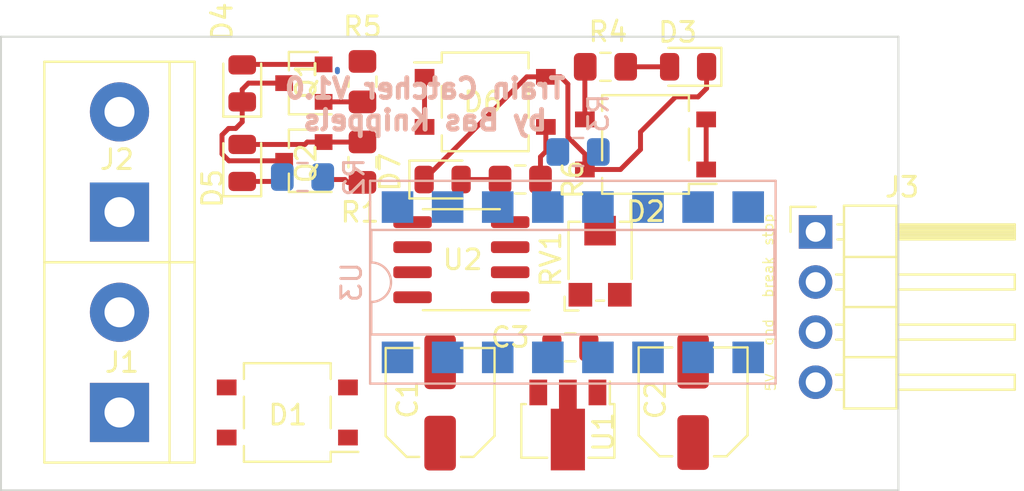
<source format=kicad_pcb>
(kicad_pcb (version 20171130) (host pcbnew "(5.1.6)-1")

  (general
    (thickness 1.6)
    (drawings 9)
    (tracks 48)
    (zones 0)
    (modules 27)
    (nets 24)
  )

  (page A4)
  (layers
    (0 F.Cu signal)
    (31 B.Cu signal)
    (32 B.Adhes user hide)
    (33 F.Adhes user hide)
    (34 B.Paste user hide)
    (35 F.Paste user hide)
    (36 B.SilkS user)
    (37 F.SilkS user)
    (38 B.Mask user hide)
    (39 F.Mask user hide)
    (40 Dwgs.User user)
    (41 Cmts.User user)
    (42 Eco1.User user hide)
    (43 Eco2.User user hide)
    (44 Edge.Cuts user)
    (45 Margin user hide)
    (46 B.CrtYd user hide)
    (47 F.CrtYd user)
    (48 B.Fab user hide)
    (49 F.Fab user hide)
  )

  (setup
    (last_trace_width 0.25)
    (trace_clearance 0.2)
    (zone_clearance 0.508)
    (zone_45_only no)
    (trace_min 0.2)
    (via_size 0.8)
    (via_drill 0.4)
    (via_min_size 0.4)
    (via_min_drill 0.3)
    (uvia_size 0.3)
    (uvia_drill 0.1)
    (uvias_allowed no)
    (uvia_min_size 0.2)
    (uvia_min_drill 0.1)
    (edge_width 0.1)
    (segment_width 0.2)
    (pcb_text_width 0.3)
    (pcb_text_size 1.5 1.5)
    (mod_edge_width 0.15)
    (mod_text_size 1 1)
    (mod_text_width 0.15)
    (pad_size 2.999999 2.999999)
    (pad_drill 1.52)
    (pad_to_mask_clearance 0)
    (aux_axis_origin 0 0)
    (visible_elements 7FFFFFFF)
    (pcbplotparams
      (layerselection 0x010fc_ffffffff)
      (usegerberextensions false)
      (usegerberattributes true)
      (usegerberadvancedattributes true)
      (creategerberjobfile true)
      (excludeedgelayer true)
      (linewidth 0.100000)
      (plotframeref false)
      (viasonmask false)
      (mode 1)
      (useauxorigin false)
      (hpglpennumber 1)
      (hpglpenspeed 20)
      (hpglpendiameter 15.000000)
      (psnegative false)
      (psa4output false)
      (plotreference true)
      (plotvalue true)
      (plotinvisibletext false)
      (padsonsilk false)
      (subtractmaskfromsilk false)
      (outputformat 1)
      (mirror false)
      (drillshape 0)
      (scaleselection 1)
      (outputdirectory ""))
  )

  (net 0 "")
  (net 1 "Net-(C1-Pad1)")
  (net 2 "Net-(R2-Pad2)")
  (net 3 "Net-(R3-Pad2)")
  (net 4 GND)
  (net 5 "Net-(D2-Pad1)")
  (net 6 +5V)
  (net 7 "Net-(Q1-Pad1)")
  (net 8 "Net-(Q2-Pad1)")
  (net 9 "Net-(D4-Pad1)")
  (net 10 "Net-(D7-Pad2)")
  (net 11 /rightTrack)
  (net 12 /leftTrack)
  (net 13 "Net-(D2-Pad4)")
  (net 14 "Net-(D2-Pad3)")
  (net 15 "Net-(D3-Pad2)")
  (net 16 "Net-(D6-Pad3)")
  (net 17 "Net-(D6-Pad1)")
  (net 18 /hold)
  (net 19 /rec)
  (net 20 /PWM)
  (net 21 /breakSpeed)
  (net 22 /break)
  (net 23 /stop)

  (net_class Default "This is the default net class."
    (clearance 0.2)
    (trace_width 0.25)
    (via_dia 0.8)
    (via_drill 0.4)
    (uvia_dia 0.3)
    (uvia_drill 0.1)
    (add_net +5V)
    (add_net /PWM)
    (add_net /break)
    (add_net /breakSpeed)
    (add_net /hold)
    (add_net /leftTrack)
    (add_net /rec)
    (add_net /rightTrack)
    (add_net /stop)
    (add_net GND)
    (add_net "Net-(C1-Pad1)")
    (add_net "Net-(D2-Pad1)")
    (add_net "Net-(D2-Pad3)")
    (add_net "Net-(D2-Pad4)")
    (add_net "Net-(D3-Pad2)")
    (add_net "Net-(D4-Pad1)")
    (add_net "Net-(D6-Pad1)")
    (add_net "Net-(D6-Pad3)")
    (add_net "Net-(D7-Pad2)")
    (add_net "Net-(Q1-Pad1)")
    (add_net "Net-(Q2-Pad1)")
    (add_net "Net-(R2-Pad2)")
    (add_net "Net-(R3-Pad2)")
  )

  (module Connector_PinHeader_2.54mm:PinHeader_1x04_P2.54mm_Horizontal (layer F.Cu) (tedit 59FED5CB) (tstamp 60145A5A)
    (at 99.301 89.397)
    (descr "Through hole angled pin header, 1x04, 2.54mm pitch, 6mm pin length, single row")
    (tags "Through hole angled pin header THT 1x04 2.54mm single row")
    (path /5FFC2155)
    (fp_text reference J3 (at 4.385 -2.27) (layer F.SilkS)
      (effects (font (size 1 1) (thickness 0.15)))
    )
    (fp_text value HEADER_2 (at 4.385 9.89) (layer F.Fab)
      (effects (font (size 1 1) (thickness 0.15)))
    )
    (fp_text user %R (at 2.77 3.81 90) (layer F.Fab)
      (effects (font (size 1 1) (thickness 0.15)))
    )
    (fp_line (start 2.135 -1.27) (end 4.04 -1.27) (layer F.Fab) (width 0.1))
    (fp_line (start 4.04 -1.27) (end 4.04 8.89) (layer F.Fab) (width 0.1))
    (fp_line (start 4.04 8.89) (end 1.5 8.89) (layer F.Fab) (width 0.1))
    (fp_line (start 1.5 8.89) (end 1.5 -0.635) (layer F.Fab) (width 0.1))
    (fp_line (start 1.5 -0.635) (end 2.135 -1.27) (layer F.Fab) (width 0.1))
    (fp_line (start -0.32 -0.32) (end 1.5 -0.32) (layer F.Fab) (width 0.1))
    (fp_line (start -0.32 -0.32) (end -0.32 0.32) (layer F.Fab) (width 0.1))
    (fp_line (start -0.32 0.32) (end 1.5 0.32) (layer F.Fab) (width 0.1))
    (fp_line (start 4.04 -0.32) (end 10.04 -0.32) (layer F.Fab) (width 0.1))
    (fp_line (start 10.04 -0.32) (end 10.04 0.32) (layer F.Fab) (width 0.1))
    (fp_line (start 4.04 0.32) (end 10.04 0.32) (layer F.Fab) (width 0.1))
    (fp_line (start -0.32 2.22) (end 1.5 2.22) (layer F.Fab) (width 0.1))
    (fp_line (start -0.32 2.22) (end -0.32 2.86) (layer F.Fab) (width 0.1))
    (fp_line (start -0.32 2.86) (end 1.5 2.86) (layer F.Fab) (width 0.1))
    (fp_line (start 4.04 2.22) (end 10.04 2.22) (layer F.Fab) (width 0.1))
    (fp_line (start 10.04 2.22) (end 10.04 2.86) (layer F.Fab) (width 0.1))
    (fp_line (start 4.04 2.86) (end 10.04 2.86) (layer F.Fab) (width 0.1))
    (fp_line (start -0.32 4.76) (end 1.5 4.76) (layer F.Fab) (width 0.1))
    (fp_line (start -0.32 4.76) (end -0.32 5.4) (layer F.Fab) (width 0.1))
    (fp_line (start -0.32 5.4) (end 1.5 5.4) (layer F.Fab) (width 0.1))
    (fp_line (start 4.04 4.76) (end 10.04 4.76) (layer F.Fab) (width 0.1))
    (fp_line (start 10.04 4.76) (end 10.04 5.4) (layer F.Fab) (width 0.1))
    (fp_line (start 4.04 5.4) (end 10.04 5.4) (layer F.Fab) (width 0.1))
    (fp_line (start -0.32 7.3) (end 1.5 7.3) (layer F.Fab) (width 0.1))
    (fp_line (start -0.32 7.3) (end -0.32 7.94) (layer F.Fab) (width 0.1))
    (fp_line (start -0.32 7.94) (end 1.5 7.94) (layer F.Fab) (width 0.1))
    (fp_line (start 4.04 7.3) (end 10.04 7.3) (layer F.Fab) (width 0.1))
    (fp_line (start 10.04 7.3) (end 10.04 7.94) (layer F.Fab) (width 0.1))
    (fp_line (start 4.04 7.94) (end 10.04 7.94) (layer F.Fab) (width 0.1))
    (fp_line (start 1.44 -1.33) (end 1.44 8.95) (layer F.SilkS) (width 0.12))
    (fp_line (start 1.44 8.95) (end 4.1 8.95) (layer F.SilkS) (width 0.12))
    (fp_line (start 4.1 8.95) (end 4.1 -1.33) (layer F.SilkS) (width 0.12))
    (fp_line (start 4.1 -1.33) (end 1.44 -1.33) (layer F.SilkS) (width 0.12))
    (fp_line (start 4.1 -0.38) (end 10.1 -0.38) (layer F.SilkS) (width 0.12))
    (fp_line (start 10.1 -0.38) (end 10.1 0.38) (layer F.SilkS) (width 0.12))
    (fp_line (start 10.1 0.38) (end 4.1 0.38) (layer F.SilkS) (width 0.12))
    (fp_line (start 4.1 -0.32) (end 10.1 -0.32) (layer F.SilkS) (width 0.12))
    (fp_line (start 4.1 -0.2) (end 10.1 -0.2) (layer F.SilkS) (width 0.12))
    (fp_line (start 4.1 -0.08) (end 10.1 -0.08) (layer F.SilkS) (width 0.12))
    (fp_line (start 4.1 0.04) (end 10.1 0.04) (layer F.SilkS) (width 0.12))
    (fp_line (start 4.1 0.16) (end 10.1 0.16) (layer F.SilkS) (width 0.12))
    (fp_line (start 4.1 0.28) (end 10.1 0.28) (layer F.SilkS) (width 0.12))
    (fp_line (start 1.11 -0.38) (end 1.44 -0.38) (layer F.SilkS) (width 0.12))
    (fp_line (start 1.11 0.38) (end 1.44 0.38) (layer F.SilkS) (width 0.12))
    (fp_line (start 1.44 1.27) (end 4.1 1.27) (layer F.SilkS) (width 0.12))
    (fp_line (start 4.1 2.16) (end 10.1 2.16) (layer F.SilkS) (width 0.12))
    (fp_line (start 10.1 2.16) (end 10.1 2.92) (layer F.SilkS) (width 0.12))
    (fp_line (start 10.1 2.92) (end 4.1 2.92) (layer F.SilkS) (width 0.12))
    (fp_line (start 1.042929 2.16) (end 1.44 2.16) (layer F.SilkS) (width 0.12))
    (fp_line (start 1.042929 2.92) (end 1.44 2.92) (layer F.SilkS) (width 0.12))
    (fp_line (start 1.44 3.81) (end 4.1 3.81) (layer F.SilkS) (width 0.12))
    (fp_line (start 4.1 4.7) (end 10.1 4.7) (layer F.SilkS) (width 0.12))
    (fp_line (start 10.1 4.7) (end 10.1 5.46) (layer F.SilkS) (width 0.12))
    (fp_line (start 10.1 5.46) (end 4.1 5.46) (layer F.SilkS) (width 0.12))
    (fp_line (start 1.042929 4.7) (end 1.44 4.7) (layer F.SilkS) (width 0.12))
    (fp_line (start 1.042929 5.46) (end 1.44 5.46) (layer F.SilkS) (width 0.12))
    (fp_line (start 1.44 6.35) (end 4.1 6.35) (layer F.SilkS) (width 0.12))
    (fp_line (start 4.1 7.24) (end 10.1 7.24) (layer F.SilkS) (width 0.12))
    (fp_line (start 10.1 7.24) (end 10.1 8) (layer F.SilkS) (width 0.12))
    (fp_line (start 10.1 8) (end 4.1 8) (layer F.SilkS) (width 0.12))
    (fp_line (start 1.042929 7.24) (end 1.44 7.24) (layer F.SilkS) (width 0.12))
    (fp_line (start 1.042929 8) (end 1.44 8) (layer F.SilkS) (width 0.12))
    (fp_line (start -1.27 0) (end -1.27 -1.27) (layer F.SilkS) (width 0.12))
    (fp_line (start -1.27 -1.27) (end 0 -1.27) (layer F.SilkS) (width 0.12))
    (fp_line (start -1.8 -1.8) (end -1.8 9.4) (layer F.CrtYd) (width 0.05))
    (fp_line (start -1.8 9.4) (end 10.55 9.4) (layer F.CrtYd) (width 0.05))
    (fp_line (start 10.55 9.4) (end 10.55 -1.8) (layer F.CrtYd) (width 0.05))
    (fp_line (start 10.55 -1.8) (end -1.8 -1.8) (layer F.CrtYd) (width 0.05))
    (pad 4 thru_hole oval (at 0 7.62) (size 1.7 1.7) (drill 1) (layers *.Cu *.Mask)
      (net 6 +5V))
    (pad 3 thru_hole oval (at 0 5.08) (size 1.7 1.7) (drill 1) (layers *.Cu *.Mask)
      (net 4 GND))
    (pad 2 thru_hole oval (at 0 2.54) (size 1.7 1.7) (drill 1) (layers *.Cu *.Mask)
      (net 18 /hold))
    (pad 1 thru_hole rect (at 0 0) (size 1.7 1.7) (drill 1) (layers *.Cu *.Mask)
      (net 19 /rec))
    (model ${KISYS3DMOD}/Connector_PinHeader_2.54mm.3dshapes/PinHeader_1x04_P2.54mm_Horizontal.wrl
      (at (xyz 0 0 0))
      (scale (xyz 1 1 1))
      (rotate (xyz 0 0 0))
    )
  )

  (module MountingHole:MountingHole_3.2mm_M3 (layer F.Cu) (tedit 56D1B4CB) (tstamp 61EA2822)
    (at 98.679 83.185)
    (descr "Mounting Hole 3.2mm, no annular, M3")
    (tags "mounting hole 3.2mm no annular m3")
    (attr virtual)
    (fp_text reference REF** (at 0 -4.2) (layer F.Fab)
      (effects (font (size 1 1) (thickness 0.15)))
    )
    (fp_text value MountingHole_3.2mm_M3 (at 0 4.2) (layer F.Fab)
      (effects (font (size 1 1) (thickness 0.15)))
    )
    (fp_circle (center 0 0) (end 3.2 0) (layer Cmts.User) (width 0.15))
    (fp_circle (center 0 0) (end 3.45 0) (layer F.CrtYd) (width 0.05))
    (fp_text user %R (at 0.3 0) (layer F.Fab)
      (effects (font (size 1 1) (thickness 0.15)))
    )
    (pad 1 np_thru_hole circle (at 0 0) (size 3.2 3.2) (drill 3.2) (layers *.Cu *.Mask))
  )

  (module MountingHole:MountingHole_3.2mm_M3 (layer F.Cu) (tedit 56D1B4CB) (tstamp 61E9FE9F)
    (at 72.517 91.821)
    (descr "Mounting Hole 3.2mm, no annular, M3")
    (tags "mounting hole 3.2mm no annular m3")
    (attr virtual)
    (fp_text reference REF** (at 0 -4.2) (layer F.Fab)
      (effects (font (size 1 1) (thickness 0.15)))
    )
    (fp_text value MountingHole_3.2mm_M3 (at 0 4.2) (layer F.Fab)
      (effects (font (size 1 1) (thickness 0.15)))
    )
    (fp_text user %R (at 0.3 0) (layer F.Fab)
      (effects (font (size 1 1) (thickness 0.15)))
    )
    (fp_circle (center 0 0) (end 3.2 0) (layer Cmts.User) (width 0.15))
    (fp_circle (center 0 0) (end 3.45 0) (layer F.CrtYd) (width 0.05))
    (pad 1 np_thru_hole circle (at 0 0) (size 3.2 3.2) (drill 3.2) (layers *.Cu *.Mask))
  )

  (module Resistor_SMD:R_0805_2012Metric_Pad1.15x1.40mm_HandSolder (layer F.Cu) (tedit 5B36C52B) (tstamp 61E9F3E9)
    (at 84.328 86.741)
    (descr "Resistor SMD 0805 (2012 Metric), square (rectangular) end terminal, IPC_7351 nominal with elongated pad for handsoldering. (Body size source: https://docs.google.com/spreadsheets/d/1BsfQQcO9C6DZCsRaXUlFlo91Tg2WpOkGARC1WS5S8t0/edit?usp=sharing), generated with kicad-footprint-generator")
    (tags "resistor handsolder")
    (path /61EF7770)
    (attr smd)
    (fp_text reference R6 (at 2.667 0 90) (layer F.SilkS)
      (effects (font (size 1 1) (thickness 0.15)))
    )
    (fp_text value 33R (at 0 1.65) (layer F.Fab)
      (effects (font (size 1 1) (thickness 0.15)))
    )
    (fp_text user %R (at 0 0) (layer F.Fab)
      (effects (font (size 0.5 0.5) (thickness 0.08)))
    )
    (fp_line (start -1 0.6) (end -1 -0.6) (layer F.Fab) (width 0.1))
    (fp_line (start -1 -0.6) (end 1 -0.6) (layer F.Fab) (width 0.1))
    (fp_line (start 1 -0.6) (end 1 0.6) (layer F.Fab) (width 0.1))
    (fp_line (start 1 0.6) (end -1 0.6) (layer F.Fab) (width 0.1))
    (fp_line (start -0.261252 -0.71) (end 0.261252 -0.71) (layer F.SilkS) (width 0.12))
    (fp_line (start -0.261252 0.71) (end 0.261252 0.71) (layer F.SilkS) (width 0.12))
    (fp_line (start -1.85 0.95) (end -1.85 -0.95) (layer F.CrtYd) (width 0.05))
    (fp_line (start -1.85 -0.95) (end 1.85 -0.95) (layer F.CrtYd) (width 0.05))
    (fp_line (start 1.85 -0.95) (end 1.85 0.95) (layer F.CrtYd) (width 0.05))
    (fp_line (start 1.85 0.95) (end -1.85 0.95) (layer F.CrtYd) (width 0.05))
    (pad 2 smd roundrect (at 1.025 0) (size 1.15 1.4) (layers F.Cu F.Paste F.Mask) (roundrect_rratio 0.217391)
      (net 16 "Net-(D6-Pad3)"))
    (pad 1 smd roundrect (at -1.025 0) (size 1.15 1.4) (layers F.Cu F.Paste F.Mask) (roundrect_rratio 0.217391)
      (net 10 "Net-(D7-Pad2)"))
    (model ${KISYS3DMOD}/Resistor_SMD.3dshapes/R_0805_2012Metric.wrl
      (at (xyz 0 0 0))
      (scale (xyz 1 1 1))
      (rotate (xyz 0 0 0))
    )
  )

  (module Resistor_SMD:R_0805_2012Metric_Pad1.15x1.40mm_HandSolder (layer F.Cu) (tedit 5B36C52B) (tstamp 61E9F358)
    (at 76.327 85.861 90)
    (descr "Resistor SMD 0805 (2012 Metric), square (rectangular) end terminal, IPC_7351 nominal with elongated pad for handsoldering. (Body size source: https://docs.google.com/spreadsheets/d/1BsfQQcO9C6DZCsRaXUlFlo91Tg2WpOkGARC1WS5S8t0/edit?usp=sharing), generated with kicad-footprint-generator")
    (tags "resistor handsolder")
    (path /61F9B184)
    (attr smd)
    (fp_text reference R1 (at -2.54 -0.127 180) (layer F.SilkS)
      (effects (font (size 1 1) (thickness 0.15)))
    )
    (fp_text value 100k (at 0 1.65 90) (layer F.Fab)
      (effects (font (size 1 1) (thickness 0.15)))
    )
    (fp_text user %R (at 0 0 90) (layer F.Fab)
      (effects (font (size 0.5 0.5) (thickness 0.08)))
    )
    (fp_line (start -1 0.6) (end -1 -0.6) (layer F.Fab) (width 0.1))
    (fp_line (start -1 -0.6) (end 1 -0.6) (layer F.Fab) (width 0.1))
    (fp_line (start 1 -0.6) (end 1 0.6) (layer F.Fab) (width 0.1))
    (fp_line (start 1 0.6) (end -1 0.6) (layer F.Fab) (width 0.1))
    (fp_line (start -0.261252 -0.71) (end 0.261252 -0.71) (layer F.SilkS) (width 0.12))
    (fp_line (start -0.261252 0.71) (end 0.261252 0.71) (layer F.SilkS) (width 0.12))
    (fp_line (start -1.85 0.95) (end -1.85 -0.95) (layer F.CrtYd) (width 0.05))
    (fp_line (start -1.85 -0.95) (end 1.85 -0.95) (layer F.CrtYd) (width 0.05))
    (fp_line (start 1.85 -0.95) (end 1.85 0.95) (layer F.CrtYd) (width 0.05))
    (fp_line (start 1.85 0.95) (end -1.85 0.95) (layer F.CrtYd) (width 0.05))
    (pad 2 smd roundrect (at 1.025 0 90) (size 1.15 1.4) (layers F.Cu F.Paste F.Mask) (roundrect_rratio 0.217391)
      (net 11 /rightTrack))
    (pad 1 smd roundrect (at -1.025 0 90) (size 1.15 1.4) (layers F.Cu F.Paste F.Mask) (roundrect_rratio 0.217391)
      (net 8 "Net-(Q2-Pad1)"))
    (model ${KISYS3DMOD}/Resistor_SMD.3dshapes/R_0805_2012Metric.wrl
      (at (xyz 0 0 0))
      (scale (xyz 1 1 1))
      (rotate (xyz 0 0 0))
    )
  )

  (module Diode_SMD:D_0805_2012Metric (layer F.Cu) (tedit 5B36C52B) (tstamp 61E9F279)
    (at 80.391 86.741)
    (descr "Diode SMD 0805 (2012 Metric), square (rectangular) end terminal, IPC_7351 nominal, (Body size source: https://docs.google.com/spreadsheets/d/1BsfQQcO9C6DZCsRaXUlFlo91Tg2WpOkGARC1WS5S8t0/edit?usp=sharing), generated with kicad-footprint-generator")
    (tags diode)
    (path /61EF7769)
    (attr smd)
    (fp_text reference D7 (at -2.667 -0.381 90) (layer F.SilkS)
      (effects (font (size 1 1) (thickness 0.15)))
    )
    (fp_text value D (at 0 1.65) (layer F.Fab)
      (effects (font (size 1 1) (thickness 0.15)))
    )
    (fp_text user %R (at 0 0) (layer F.Fab)
      (effects (font (size 0.5 0.5) (thickness 0.08)))
    )
    (fp_line (start 1 -0.6) (end -0.7 -0.6) (layer F.Fab) (width 0.1))
    (fp_line (start -0.7 -0.6) (end -1 -0.3) (layer F.Fab) (width 0.1))
    (fp_line (start -1 -0.3) (end -1 0.6) (layer F.Fab) (width 0.1))
    (fp_line (start -1 0.6) (end 1 0.6) (layer F.Fab) (width 0.1))
    (fp_line (start 1 0.6) (end 1 -0.6) (layer F.Fab) (width 0.1))
    (fp_line (start 1 -0.96) (end -1.685 -0.96) (layer F.SilkS) (width 0.12))
    (fp_line (start -1.685 -0.96) (end -1.685 0.96) (layer F.SilkS) (width 0.12))
    (fp_line (start -1.685 0.96) (end 1 0.96) (layer F.SilkS) (width 0.12))
    (fp_line (start -1.68 0.95) (end -1.68 -0.95) (layer F.CrtYd) (width 0.05))
    (fp_line (start -1.68 -0.95) (end 1.68 -0.95) (layer F.CrtYd) (width 0.05))
    (fp_line (start 1.68 -0.95) (end 1.68 0.95) (layer F.CrtYd) (width 0.05))
    (fp_line (start 1.68 0.95) (end -1.68 0.95) (layer F.CrtYd) (width 0.05))
    (pad 2 smd roundrect (at 0.9375 0) (size 0.975 1.4) (layers F.Cu F.Paste F.Mask) (roundrect_rratio 0.25)
      (net 10 "Net-(D7-Pad2)"))
    (pad 1 smd roundrect (at -0.9375 0) (size 0.975 1.4) (layers F.Cu F.Paste F.Mask) (roundrect_rratio 0.25)
      (net 13 "Net-(D2-Pad4)"))
    (model ${KISYS3DMOD}/Diode_SMD.3dshapes/D_0805_2012Metric.wrl
      (at (xyz 0 0 0))
      (scale (xyz 1 1 1))
      (rotate (xyz 0 0 0))
    )
  )

  (module Package_TO_SOT_SMD:TO-269AA (layer F.Cu) (tedit 5A4F6848) (tstamp 61E9F266)
    (at 82.55 82.804)
    (descr "SMD package TO-269AA (e.g. diode bridge), see http://www.vishay.com/docs/88854/padlayouts.pdf")
    (tags "TO-269AA MBS diode bridge")
    (path /61EF7778)
    (attr smd)
    (fp_text reference D6 (at -0.127 0) (layer F.SilkS)
      (effects (font (size 1 1) (thickness 0.15)))
    )
    (fp_text value D_Bridge_+-AA (at 0 3.5) (layer F.Fab)
      (effects (font (size 1 1) (thickness 0.15)))
    )
    (fp_text user %R (at 0 -0.065) (layer F.Fab)
      (effects (font (size 1 1) (thickness 0.15)))
    )
    (fp_line (start -2.2 -2.5) (end -2.2 -2) (layer F.SilkS) (width 0.12))
    (fp_line (start -2.2 -2) (end -3.6 -2) (layer F.SilkS) (width 0.12))
    (fp_line (start 2.2 -0.8) (end 2.2 0.8) (layer F.SilkS) (width 0.12))
    (fp_line (start -2.2 -0.8) (end -2.2 0.8) (layer F.SilkS) (width 0.12))
    (fp_line (start 2.2 -1.7) (end 2.2 -2.5) (layer F.SilkS) (width 0.12))
    (fp_line (start 2.2 -2.5) (end -2.2 -2.5) (layer F.SilkS) (width 0.12))
    (fp_line (start 2.2 1.7) (end 2.2 2.5) (layer F.SilkS) (width 0.12))
    (fp_line (start 2.2 2.5) (end -2.2 2.5) (layer F.SilkS) (width 0.12))
    (fp_line (start -2.2 2.5) (end -2.2 1.7) (layer F.SilkS) (width 0.12))
    (fp_line (start 2.05 -2.4) (end 2.05 2.4) (layer F.Fab) (width 0.12))
    (fp_line (start 2.05 2.4) (end -2.05 2.4) (layer F.Fab) (width 0.12))
    (fp_line (start -2.05 2.4) (end -2.05 -1.7) (layer F.Fab) (width 0.12))
    (fp_line (start -2.05 -1.7) (end -1.35 -2.4) (layer F.Fab) (width 0.12))
    (fp_line (start -1.35 -2.4) (end 2.05 -2.4) (layer F.Fab) (width 0.12))
    (fp_line (start -3.82 -2.65) (end 3.83 -2.65) (layer F.CrtYd) (width 0.05))
    (fp_line (start -3.82 -2.65) (end -3.82 2.65) (layer F.CrtYd) (width 0.05))
    (fp_line (start 3.83 2.65) (end 3.83 -2.65) (layer F.CrtYd) (width 0.05))
    (fp_line (start 3.83 2.65) (end -3.82 2.65) (layer F.CrtYd) (width 0.05))
    (pad 4 smd rect (at 3.075 -1.27) (size 1 0.8) (layers F.Cu F.Paste F.Mask)
      (net 13 "Net-(D2-Pad4)"))
    (pad 3 smd rect (at 3.075 1.27) (size 1 0.8) (layers F.Cu F.Paste F.Mask)
      (net 16 "Net-(D6-Pad3)"))
    (pad 2 smd rect (at -3.075 1.27) (size 1 0.8) (layers F.Cu F.Paste F.Mask)
      (net 17 "Net-(D6-Pad1)"))
    (pad 1 smd rect (at -3.075 -1.27) (size 1 0.8) (layers F.Cu F.Paste F.Mask)
      (net 17 "Net-(D6-Pad1)"))
    (model ${KISYS3DMOD}/Package_TO_SOT_SMD.3dshapes/TO-269AA.wrl
      (at (xyz 0 0 0))
      (scale (xyz 1 1 1))
      (rotate (xyz 0 0 0))
    )
  )

  (module Package_TO_SOT_SMD:TO-269AA (layer F.Cu) (tedit 5A4F6848) (tstamp 61E9F1DF)
    (at 90.678 84.963 180)
    (descr "SMD package TO-269AA (e.g. diode bridge), see http://www.vishay.com/docs/88854/padlayouts.pdf")
    (tags "TO-269AA MBS diode bridge")
    (path /61ED1D76)
    (attr smd)
    (fp_text reference D2 (at 0 -3.4) (layer F.SilkS)
      (effects (font (size 1 1) (thickness 0.15)))
    )
    (fp_text value D_Bridge_+-AA (at 0 3.5) (layer F.Fab)
      (effects (font (size 1 1) (thickness 0.15)))
    )
    (fp_text user %R (at 0 -0.065) (layer F.Fab)
      (effects (font (size 1 1) (thickness 0.15)))
    )
    (fp_line (start -2.2 -2.5) (end -2.2 -2) (layer F.SilkS) (width 0.12))
    (fp_line (start -2.2 -2) (end -3.6 -2) (layer F.SilkS) (width 0.12))
    (fp_line (start 2.2 -0.8) (end 2.2 0.8) (layer F.SilkS) (width 0.12))
    (fp_line (start -2.2 -0.8) (end -2.2 0.8) (layer F.SilkS) (width 0.12))
    (fp_line (start 2.2 -1.7) (end 2.2 -2.5) (layer F.SilkS) (width 0.12))
    (fp_line (start 2.2 -2.5) (end -2.2 -2.5) (layer F.SilkS) (width 0.12))
    (fp_line (start 2.2 1.7) (end 2.2 2.5) (layer F.SilkS) (width 0.12))
    (fp_line (start 2.2 2.5) (end -2.2 2.5) (layer F.SilkS) (width 0.12))
    (fp_line (start -2.2 2.5) (end -2.2 1.7) (layer F.SilkS) (width 0.12))
    (fp_line (start 2.05 -2.4) (end 2.05 2.4) (layer F.Fab) (width 0.12))
    (fp_line (start 2.05 2.4) (end -2.05 2.4) (layer F.Fab) (width 0.12))
    (fp_line (start -2.05 2.4) (end -2.05 -1.7) (layer F.Fab) (width 0.12))
    (fp_line (start -2.05 -1.7) (end -1.35 -2.4) (layer F.Fab) (width 0.12))
    (fp_line (start -1.35 -2.4) (end 2.05 -2.4) (layer F.Fab) (width 0.12))
    (fp_line (start -3.82 -2.65) (end 3.83 -2.65) (layer F.CrtYd) (width 0.05))
    (fp_line (start -3.82 -2.65) (end -3.82 2.65) (layer F.CrtYd) (width 0.05))
    (fp_line (start 3.83 2.65) (end 3.83 -2.65) (layer F.CrtYd) (width 0.05))
    (fp_line (start 3.83 2.65) (end -3.82 2.65) (layer F.CrtYd) (width 0.05))
    (pad 4 smd rect (at 3.075 -1.27 180) (size 1 0.8) (layers F.Cu F.Paste F.Mask)
      (net 13 "Net-(D2-Pad4)"))
    (pad 3 smd rect (at 3.075 1.27 180) (size 1 0.8) (layers F.Cu F.Paste F.Mask)
      (net 14 "Net-(D2-Pad3)"))
    (pad 2 smd rect (at -3.075 1.27 180) (size 1 0.8) (layers F.Cu F.Paste F.Mask)
      (net 5 "Net-(D2-Pad1)"))
    (pad 1 smd rect (at -3.075 -1.27 180) (size 1 0.8) (layers F.Cu F.Paste F.Mask)
      (net 5 "Net-(D2-Pad1)"))
    (model ${KISYS3DMOD}/Package_TO_SOT_SMD.3dshapes/TO-269AA.wrl
      (at (xyz 0 0 0))
      (scale (xyz 1 1 1))
      (rotate (xyz 0 0 0))
    )
  )

  (module Package_DIP:DIP-16_W7.62mm_SMDSocket_SmallPads (layer B.Cu) (tedit 5A02E8C5) (tstamp 61E9DFFA)
    (at 86.995 91.948 270)
    (descr "16-lead though-hole mounted DIP package, row spacing 7.62 mm (300 mils), SMDSocket, SmallPads")
    (tags "THT DIP DIL PDIP 2.54mm 7.62mm 300mil SMDSocket SmallPads")
    (path /61EA2307)
    (attr smd)
    (fp_text reference U3 (at 0 11.22 270) (layer B.SilkS)
      (effects (font (size 1 1) (thickness 0.15)) (justify mirror))
    )
    (fp_text value PC847 (at 0 -11.22 270) (layer B.Fab)
      (effects (font (size 1 1) (thickness 0.15)) (justify mirror))
    )
    (fp_text user %R (at 0 0 270) (layer B.Fab)
      (effects (font (size 1 1) (thickness 0.15)) (justify mirror))
    )
    (fp_arc (start 0 10.22) (end -1 10.22) (angle 180) (layer B.SilkS) (width 0.12))
    (fp_line (start -2.175 10.16) (end 3.175 10.16) (layer B.Fab) (width 0.1))
    (fp_line (start 3.175 10.16) (end 3.175 -10.16) (layer B.Fab) (width 0.1))
    (fp_line (start 3.175 -10.16) (end -3.175 -10.16) (layer B.Fab) (width 0.1))
    (fp_line (start -3.175 -10.16) (end -3.175 9.16) (layer B.Fab) (width 0.1))
    (fp_line (start -3.175 9.16) (end -2.175 10.16) (layer B.Fab) (width 0.1))
    (fp_line (start -5.08 10.22) (end -5.08 -10.22) (layer B.Fab) (width 0.1))
    (fp_line (start -5.08 -10.22) (end 5.08 -10.22) (layer B.Fab) (width 0.1))
    (fp_line (start 5.08 -10.22) (end 5.08 10.22) (layer B.Fab) (width 0.1))
    (fp_line (start 5.08 10.22) (end -5.08 10.22) (layer B.Fab) (width 0.1))
    (fp_line (start -1 10.22) (end -2.65 10.22) (layer B.SilkS) (width 0.12))
    (fp_line (start -2.65 10.22) (end -2.65 -10.22) (layer B.SilkS) (width 0.12))
    (fp_line (start -2.65 -10.22) (end 2.65 -10.22) (layer B.SilkS) (width 0.12))
    (fp_line (start 2.65 -10.22) (end 2.65 10.22) (layer B.SilkS) (width 0.12))
    (fp_line (start 2.65 10.22) (end 1 10.22) (layer B.SilkS) (width 0.12))
    (fp_line (start -5.14 10.28) (end -5.14 -10.28) (layer B.SilkS) (width 0.12))
    (fp_line (start -5.14 -10.28) (end 5.14 -10.28) (layer B.SilkS) (width 0.12))
    (fp_line (start 5.14 -10.28) (end 5.14 10.28) (layer B.SilkS) (width 0.12))
    (fp_line (start 5.14 10.28) (end -5.14 10.28) (layer B.SilkS) (width 0.12))
    (fp_line (start -5.35 10.5) (end -5.35 -10.5) (layer B.CrtYd) (width 0.05))
    (fp_line (start -5.35 -10.5) (end 5.35 -10.5) (layer B.CrtYd) (width 0.05))
    (fp_line (start 5.35 -10.5) (end 5.35 10.5) (layer B.CrtYd) (width 0.05))
    (fp_line (start 5.35 10.5) (end -5.35 10.5) (layer B.CrtYd) (width 0.05))
    (pad 16 smd rect (at 3.81 8.89 270) (size 1.6 1.6) (layers B.Cu B.Paste B.Mask)
      (net 23 /stop))
    (pad 8 smd rect (at -3.81 -8.89 270) (size 1.6 1.6) (layers B.Cu B.Paste B.Mask)
      (net 15 "Net-(D3-Pad2)"))
    (pad 15 smd rect (at 3.81 6.35 270) (size 1.6 1.6) (layers B.Cu B.Paste B.Mask)
      (net 4 GND))
    (pad 7 smd rect (at -3.81 -6.35 270) (size 1.6 1.6) (layers B.Cu B.Paste B.Mask)
      (net 13 "Net-(D2-Pad4)"))
    (pad 14 smd rect (at 3.81 3.81 270) (size 1.6 1.6) (layers B.Cu B.Paste B.Mask)
      (net 11 /rightTrack))
    (pad 6 smd rect (at -3.81 -3.81 270) (size 1.6 1.6) (layers B.Cu B.Paste B.Mask)
      (net 4 GND))
    (pad 13 smd rect (at 3.81 1.27 270) (size 1.6 1.6) (layers B.Cu B.Paste B.Mask)
      (net 7 "Net-(Q1-Pad1)"))
    (pad 5 smd rect (at -3.81 -1.27 270) (size 1.6 1.6) (layers B.Cu B.Paste B.Mask)
      (net 3 "Net-(R3-Pad2)"))
    (pad 12 smd rect (at 3.81 -1.27 270) (size 1.6 1.6) (layers B.Cu B.Paste B.Mask)
      (net 12 /leftTrack))
    (pad 4 smd rect (at -3.81 1.27 270) (size 1.6 1.6) (layers B.Cu B.Paste B.Mask)
      (net 4 GND))
    (pad 11 smd rect (at 3.81 -3.81 270) (size 1.6 1.6) (layers B.Cu B.Paste B.Mask)
      (net 8 "Net-(Q2-Pad1)"))
    (pad 3 smd rect (at -3.81 3.81 270) (size 1.6 1.6) (layers B.Cu B.Paste B.Mask)
      (net 2 "Net-(R2-Pad2)"))
    (pad 10 smd rect (at 3.81 -6.35 270) (size 1.6 1.6) (layers B.Cu B.Paste B.Mask)
      (net 22 /break))
    (pad 2 smd rect (at -3.81 6.35 270) (size 1.6 1.6) (layers B.Cu B.Paste B.Mask)
      (net 10 "Net-(D7-Pad2)"))
    (pad 9 smd rect (at 3.81 -8.89 270) (size 1.6 1.6) (layers B.Cu B.Paste B.Mask)
      (net 4 GND))
    (pad 1 smd rect (at -3.81 8.89 270) (size 1.6 1.6) (layers B.Cu B.Paste B.Mask)
      (net 13 "Net-(D2-Pad4)"))
    (model ${KISYS3DMOD}/Package_DIP.3dshapes/DIP-16_W7.62mm_SMDSocket.wrl
      (at (xyz 0 0 0))
      (scale (xyz 1 1 1))
      (rotate (xyz 0 0 0))
    )
  )

  (module Potentiometer_SMD:Potentiometer_Bourns_TC33X_Vertical (layer F.Cu) (tedit 5C165D15) (tstamp 6013E35C)
    (at 88.376 90.783 90)
    (descr "Potentiometer, Bourns, TC33X, Vertical, https://www.bourns.com/pdfs/TC33.pdf")
    (tags "Potentiometer Bourns TC33X Vertical")
    (path /5FFA737A)
    (attr smd)
    (fp_text reference RV1 (at 0 -2.5 90) (layer F.SilkS)
      (effects (font (size 1 1) (thickness 0.15)))
    )
    (fp_text value R_POT (at 0 2.5 90) (layer F.Fab)
      (effects (font (size 1 1) (thickness 0.15)))
    )
    (fp_circle (center 0 0) (end 1.5 0) (layer F.Fab) (width 0.1))
    (fp_line (start -2 -0.75) (end -2 1.5) (layer F.Fab) (width 0.1))
    (fp_line (start -2 1.5) (end 1.8 1.5) (layer F.Fab) (width 0.1))
    (fp_line (start 1.8 1.5) (end 1.8 -1.5) (layer F.Fab) (width 0.1))
    (fp_line (start 1.8 -1.5) (end -1.25 -1.5) (layer F.Fab) (width 0.1))
    (fp_line (start -1.25 -1.5) (end -2 -0.75) (layer F.Fab) (width 0.1))
    (fp_line (start -2.1 -0.2) (end -2.1 0.2) (layer F.SilkS) (width 0.12))
    (fp_line (start -1 -1.6) (end 1.9 -1.6) (layer F.SilkS) (width 0.12))
    (fp_line (start 1.9 -1.6) (end 1.9 -1) (layer F.SilkS) (width 0.12))
    (fp_line (start -1 1.6) (end 1.9 1.6) (layer F.SilkS) (width 0.12))
    (fp_line (start 1.9 1.6) (end 1.9 1) (layer F.SilkS) (width 0.12))
    (fp_line (start -1.9 -1.8) (end -2.6 -1.8) (layer F.SilkS) (width 0.12))
    (fp_line (start -2.6 -1.8) (end -2.6 -1.1) (layer F.SilkS) (width 0.12))
    (fp_line (start -2.65 -1.85) (end 2.45 -1.85) (layer F.CrtYd) (width 0.05))
    (fp_line (start 2.45 -1.85) (end 2.45 1.85) (layer F.CrtYd) (width 0.05))
    (fp_line (start 2.45 1.85) (end -2.65 1.85) (layer F.CrtYd) (width 0.05))
    (fp_line (start -2.65 1.85) (end -2.65 -1.85) (layer F.CrtYd) (width 0.05))
    (fp_circle (center 0 0) (end 1.8 0) (layer Dwgs.User) (width 0.05))
    (fp_text user "Wiper may be\nanywhere within\ncircle shown" (at -0.15 -0.127 180) (layer Cmts.User)
      (effects (font (size 0.15 0.15) (thickness 0.02)))
    )
    (fp_text user %R (at 0 0 90) (layer F.Fab)
      (effects (font (size 0.7 0.7) (thickness 0.105)))
    )
    (pad 2 smd rect (at 1.45 0 90) (size 1.5 1.6) (layers F.Cu F.Paste F.Mask)
      (net 21 /breakSpeed))
    (pad 3 smd rect (at -1.8 1 90) (size 1.2 1.2) (layers F.Cu F.Paste F.Mask)
      (net 6 +5V))
    (pad 1 smd rect (at -1.8 -1 90) (size 1.2 1.2) (layers F.Cu F.Paste F.Mask)
      (net 4 GND))
    (model ${KISYS3DMOD}/Potentiometer_SMD.3dshapes/Potentiometer_Bourns_TC33X_Vertical.wrl
      (at (xyz 0 0 0))
      (scale (xyz 1 1 1))
      (rotate (xyz 0 0 0))
    )
  )

  (module Capacitor_SMD:C_Elec_5x5.4 (layer F.Cu) (tedit 5BC8D926) (tstamp 6013E19B)
    (at 93.091 98.0135 90)
    (descr "SMD capacitor, aluminum electrolytic nonpolar, 5.0x5.4mm")
    (tags "capacitor electrolyic nonpolar")
    (path /5FFB120B)
    (attr smd)
    (fp_text reference C2 (at 0.0965 -1.905 90) (layer F.SilkS)
      (effects (font (size 1 1) (thickness 0.15)))
    )
    (fp_text value 33uF (at 0 3.7 90) (layer F.Fab)
      (effects (font (size 1 1) (thickness 0.15)))
    )
    (fp_circle (center 0 0) (end 2.5 0) (layer F.Fab) (width 0.1))
    (fp_line (start 2.65 -2.65) (end 2.65 2.65) (layer F.Fab) (width 0.1))
    (fp_line (start -1.65 -2.65) (end 2.65 -2.65) (layer F.Fab) (width 0.1))
    (fp_line (start -1.65 2.65) (end 2.65 2.65) (layer F.Fab) (width 0.1))
    (fp_line (start -2.65 -1.65) (end -2.65 1.65) (layer F.Fab) (width 0.1))
    (fp_line (start -2.65 -1.65) (end -1.65 -2.65) (layer F.Fab) (width 0.1))
    (fp_line (start -2.65 1.65) (end -1.65 2.65) (layer F.Fab) (width 0.1))
    (fp_line (start 2.76 2.76) (end 2.76 1.06) (layer F.SilkS) (width 0.12))
    (fp_line (start 2.76 -2.76) (end 2.76 -1.06) (layer F.SilkS) (width 0.12))
    (fp_line (start -1.695563 -2.76) (end 2.76 -2.76) (layer F.SilkS) (width 0.12))
    (fp_line (start -1.695563 2.76) (end 2.76 2.76) (layer F.SilkS) (width 0.12))
    (fp_line (start -2.76 1.695563) (end -2.76 1.06) (layer F.SilkS) (width 0.12))
    (fp_line (start -2.76 -1.695563) (end -2.76 -1.06) (layer F.SilkS) (width 0.12))
    (fp_line (start -2.76 -1.695563) (end -1.695563 -2.76) (layer F.SilkS) (width 0.12))
    (fp_line (start -2.76 1.695563) (end -1.695563 2.76) (layer F.SilkS) (width 0.12))
    (fp_line (start 2.9 -2.9) (end 2.9 -1.05) (layer F.CrtYd) (width 0.05))
    (fp_line (start 2.9 -1.05) (end 3.7 -1.05) (layer F.CrtYd) (width 0.05))
    (fp_line (start 3.7 -1.05) (end 3.7 1.05) (layer F.CrtYd) (width 0.05))
    (fp_line (start 3.7 1.05) (end 2.9 1.05) (layer F.CrtYd) (width 0.05))
    (fp_line (start 2.9 1.05) (end 2.9 2.9) (layer F.CrtYd) (width 0.05))
    (fp_line (start -1.75 2.9) (end 2.9 2.9) (layer F.CrtYd) (width 0.05))
    (fp_line (start -1.75 -2.9) (end 2.9 -2.9) (layer F.CrtYd) (width 0.05))
    (fp_line (start -2.9 1.75) (end -1.75 2.9) (layer F.CrtYd) (width 0.05))
    (fp_line (start -2.9 -1.75) (end -1.75 -2.9) (layer F.CrtYd) (width 0.05))
    (fp_line (start -2.9 -1.75) (end -2.9 -1.05) (layer F.CrtYd) (width 0.05))
    (fp_line (start -2.9 1.05) (end -2.9 1.75) (layer F.CrtYd) (width 0.05))
    (fp_line (start -2.9 -1.05) (end -3.7 -1.05) (layer F.CrtYd) (width 0.05))
    (fp_line (start -3.7 -1.05) (end -3.7 1.05) (layer F.CrtYd) (width 0.05))
    (fp_line (start -3.7 1.05) (end -2.9 1.05) (layer F.CrtYd) (width 0.05))
    (fp_text user %R (at 0 0 90) (layer F.Fab)
      (effects (font (size 1 1) (thickness 0.15)))
    )
    (pad 2 smd roundrect (at 2.0625 0 90) (size 2.775 1.6) (layers F.Cu F.Paste F.Mask) (roundrect_rratio 0.15625)
      (net 4 GND))
    (pad 1 smd roundrect (at -2.0625 0 90) (size 2.775 1.6) (layers F.Cu F.Paste F.Mask) (roundrect_rratio 0.15625)
      (net 6 +5V))
    (model ${KISYS3DMOD}/Capacitor_SMD.3dshapes/C_Elec_5x5.4.wrl
      (at (xyz 0 0 0))
      (scale (xyz 1 1 1))
      (rotate (xyz 0 0 0))
    )
  )

  (module Capacitor_SMD:C_Elec_5x5.4 (layer F.Cu) (tedit 5BC8D926) (tstamp 60146F08)
    (at 80.264 98.044 90)
    (descr "SMD capacitor, aluminum electrolytic nonpolar, 5.0x5.4mm")
    (tags "capacitor electrolyic nonpolar")
    (path /5FFB085D)
    (attr smd)
    (fp_text reference C1 (at 0.1575 -1.651 90) (layer F.SilkS)
      (effects (font (size 1 1) (thickness 0.15)))
    )
    (fp_text value 33uF (at 0 3.7 90) (layer F.Fab)
      (effects (font (size 1 1) (thickness 0.15)))
    )
    (fp_circle (center 0 0) (end 2.5 0) (layer F.Fab) (width 0.1))
    (fp_line (start 2.65 -2.65) (end 2.65 2.65) (layer F.Fab) (width 0.1))
    (fp_line (start -1.65 -2.65) (end 2.65 -2.65) (layer F.Fab) (width 0.1))
    (fp_line (start -1.65 2.65) (end 2.65 2.65) (layer F.Fab) (width 0.1))
    (fp_line (start -2.65 -1.65) (end -2.65 1.65) (layer F.Fab) (width 0.1))
    (fp_line (start -2.65 -1.65) (end -1.65 -2.65) (layer F.Fab) (width 0.1))
    (fp_line (start -2.65 1.65) (end -1.65 2.65) (layer F.Fab) (width 0.1))
    (fp_line (start 2.76 2.76) (end 2.76 1.06) (layer F.SilkS) (width 0.12))
    (fp_line (start 2.76 -2.76) (end 2.76 -1.06) (layer F.SilkS) (width 0.12))
    (fp_line (start -1.695563 -2.76) (end 2.76 -2.76) (layer F.SilkS) (width 0.12))
    (fp_line (start -1.695563 2.76) (end 2.76 2.76) (layer F.SilkS) (width 0.12))
    (fp_line (start -2.76 1.695563) (end -2.76 1.06) (layer F.SilkS) (width 0.12))
    (fp_line (start -2.76 -1.695563) (end -2.76 -1.06) (layer F.SilkS) (width 0.12))
    (fp_line (start -2.76 -1.695563) (end -1.695563 -2.76) (layer F.SilkS) (width 0.12))
    (fp_line (start -2.76 1.695563) (end -1.695563 2.76) (layer F.SilkS) (width 0.12))
    (fp_line (start 2.9 -2.9) (end 2.9 -1.05) (layer F.CrtYd) (width 0.05))
    (fp_line (start 2.9 -1.05) (end 3.7 -1.05) (layer F.CrtYd) (width 0.05))
    (fp_line (start 3.7 -1.05) (end 3.7 1.05) (layer F.CrtYd) (width 0.05))
    (fp_line (start 3.7 1.05) (end 2.9 1.05) (layer F.CrtYd) (width 0.05))
    (fp_line (start 2.9 1.05) (end 2.9 2.9) (layer F.CrtYd) (width 0.05))
    (fp_line (start -1.75 2.9) (end 2.9 2.9) (layer F.CrtYd) (width 0.05))
    (fp_line (start -1.75 -2.9) (end 2.9 -2.9) (layer F.CrtYd) (width 0.05))
    (fp_line (start -2.9 1.75) (end -1.75 2.9) (layer F.CrtYd) (width 0.05))
    (fp_line (start -2.9 -1.75) (end -1.75 -2.9) (layer F.CrtYd) (width 0.05))
    (fp_line (start -2.9 -1.75) (end -2.9 -1.05) (layer F.CrtYd) (width 0.05))
    (fp_line (start -2.9 1.05) (end -2.9 1.75) (layer F.CrtYd) (width 0.05))
    (fp_line (start -2.9 -1.05) (end -3.7 -1.05) (layer F.CrtYd) (width 0.05))
    (fp_line (start -3.7 -1.05) (end -3.7 1.05) (layer F.CrtYd) (width 0.05))
    (fp_line (start -3.7 1.05) (end -2.9 1.05) (layer F.CrtYd) (width 0.05))
    (fp_text user %R (at 0 0 90) (layer F.Fab)
      (effects (font (size 1 1) (thickness 0.15)))
    )
    (pad 2 smd roundrect (at 2.0625 0 90) (size 2.775 1.6) (layers F.Cu F.Paste F.Mask) (roundrect_rratio 0.15625)
      (net 4 GND))
    (pad 1 smd roundrect (at -2.0625 0 90) (size 2.775 1.6) (layers F.Cu F.Paste F.Mask) (roundrect_rratio 0.15625)
      (net 1 "Net-(C1-Pad1)"))
    (model ${KISYS3DMOD}/Capacitor_SMD.3dshapes/C_Elec_5x5.4.wrl
      (at (xyz 0 0 0))
      (scale (xyz 1 1 1))
      (rotate (xyz 0 0 0))
    )
  )

  (module Package_SO:SOIC-8_3.9x4.9mm_P1.27mm (layer F.Cu) (tedit 5D9F72B1) (tstamp 6013E38E)
    (at 81.342 90.805 180)
    (descr "SOIC, 8 Pin (JEDEC MS-012AA, https://www.analog.com/media/en/package-pcb-resources/package/pkg_pdf/soic_narrow-r/r_8.pdf), generated with kicad-footprint-generator ipc_gullwing_generator.py")
    (tags "SOIC SO")
    (path /600783B4)
    (attr smd)
    (fp_text reference U2 (at -0.065 0) (layer F.SilkS)
      (effects (font (size 1 1) (thickness 0.15)))
    )
    (fp_text value ATtiny13A-SSU (at 0 3.4) (layer F.Fab)
      (effects (font (size 1 1) (thickness 0.15)))
    )
    (fp_line (start 3.7 -2.7) (end -3.7 -2.7) (layer F.CrtYd) (width 0.05))
    (fp_line (start 3.7 2.7) (end 3.7 -2.7) (layer F.CrtYd) (width 0.05))
    (fp_line (start -3.7 2.7) (end 3.7 2.7) (layer F.CrtYd) (width 0.05))
    (fp_line (start -3.7 -2.7) (end -3.7 2.7) (layer F.CrtYd) (width 0.05))
    (fp_line (start -1.95 -1.475) (end -0.975 -2.45) (layer F.Fab) (width 0.1))
    (fp_line (start -1.95 2.45) (end -1.95 -1.475) (layer F.Fab) (width 0.1))
    (fp_line (start 1.95 2.45) (end -1.95 2.45) (layer F.Fab) (width 0.1))
    (fp_line (start 1.95 -2.45) (end 1.95 2.45) (layer F.Fab) (width 0.1))
    (fp_line (start -0.975 -2.45) (end 1.95 -2.45) (layer F.Fab) (width 0.1))
    (fp_line (start 0 -2.56) (end -3.45 -2.56) (layer F.SilkS) (width 0.12))
    (fp_line (start 0 -2.56) (end 1.95 -2.56) (layer F.SilkS) (width 0.12))
    (fp_line (start 0 2.56) (end -1.95 2.56) (layer F.SilkS) (width 0.12))
    (fp_line (start 0 2.56) (end 1.95 2.56) (layer F.SilkS) (width 0.12))
    (fp_text user %R (at 0 0) (layer F.Fab)
      (effects (font (size 0.98 0.98) (thickness 0.15)))
    )
    (pad 8 smd roundrect (at 2.475 -1.905 180) (size 1.95 0.6) (layers F.Cu F.Paste F.Mask) (roundrect_rratio 0.25)
      (net 6 +5V))
    (pad 7 smd roundrect (at 2.475 -0.635 180) (size 1.95 0.6) (layers F.Cu F.Paste F.Mask) (roundrect_rratio 0.25)
      (net 22 /break))
    (pad 6 smd roundrect (at 2.475 0.635 180) (size 1.95 0.6) (layers F.Cu F.Paste F.Mask) (roundrect_rratio 0.25)
      (net 20 /PWM))
    (pad 5 smd roundrect (at 2.475 1.905 180) (size 1.95 0.6) (layers F.Cu F.Paste F.Mask) (roundrect_rratio 0.25)
      (net 19 /rec))
    (pad 4 smd roundrect (at -2.475 1.905 180) (size 1.95 0.6) (layers F.Cu F.Paste F.Mask) (roundrect_rratio 0.25)
      (net 4 GND))
    (pad 3 smd roundrect (at -2.475 0.635 180) (size 1.95 0.6) (layers F.Cu F.Paste F.Mask) (roundrect_rratio 0.25)
      (net 21 /breakSpeed))
    (pad 2 smd roundrect (at -2.475 -0.635 180) (size 1.95 0.6) (layers F.Cu F.Paste F.Mask) (roundrect_rratio 0.25)
      (net 18 /hold))
    (pad 1 smd roundrect (at -2.475 -1.905 180) (size 1.95 0.6) (layers F.Cu F.Paste F.Mask) (roundrect_rratio 0.25)
      (net 23 /stop))
    (model ${KISYS3DMOD}/Package_SO.3dshapes/SOIC-8_3.9x4.9mm_P1.27mm.wrl
      (at (xyz 0 0 0))
      (scale (xyz 1 1 1))
      (rotate (xyz 0 0 0))
    )
  )

  (module Package_TO_SOT_SMD:SOT-89-3 (layer F.Cu) (tedit 5C33D6E8) (tstamp 6013E374)
    (at 86.741 99.187 270)
    (descr "SOT-89-3, http://ww1.microchip.com/downloads/en/DeviceDoc/3L_SOT-89_MB_C04-029C.pdf")
    (tags SOT-89-3)
    (path /6014829A)
    (attr smd)
    (fp_text reference U1 (at 0.3556 -1.8034 90) (layer F.SilkS)
      (effects (font (size 1 1) (thickness 0.15)))
    )
    (fp_text value L78L05_SOT89 (at 0.3 3.5 90) (layer F.Fab)
      (effects (font (size 1 1) (thickness 0.15)))
    )
    (fp_line (start -1.06 2.36) (end -1.06 2.13) (layer F.SilkS) (width 0.12))
    (fp_line (start -1.06 -2.36) (end -1.06 -2.13) (layer F.SilkS) (width 0.12))
    (fp_line (start -1.06 -2.36) (end 1.66 -2.36) (layer F.SilkS) (width 0.12))
    (fp_line (start -2.55 2.5) (end -2.55 -2.5) (layer F.CrtYd) (width 0.05))
    (fp_line (start -2.55 2.5) (end 2.55 2.5) (layer F.CrtYd) (width 0.05))
    (fp_line (start 2.55 -2.5) (end -2.55 -2.5) (layer F.CrtYd) (width 0.05))
    (fp_line (start 2.55 -2.5) (end 2.55 2.5) (layer F.CrtYd) (width 0.05))
    (fp_line (start 0.05 -2.25) (end 1.55 -2.25) (layer F.Fab) (width 0.1))
    (fp_line (start -0.95 2.25) (end -0.95 -1.25) (layer F.Fab) (width 0.1))
    (fp_line (start 1.55 2.25) (end -0.95 2.25) (layer F.Fab) (width 0.1))
    (fp_line (start 1.55 -2.25) (end 1.55 2.25) (layer F.Fab) (width 0.1))
    (fp_line (start -0.95 -1.25) (end 0.05 -2.25) (layer F.Fab) (width 0.1))
    (fp_line (start 1.66 -2.36) (end 1.66 -1.05) (layer F.SilkS) (width 0.12))
    (fp_line (start -2.2 -2.13) (end -1.06 -2.13) (layer F.SilkS) (width 0.12))
    (fp_line (start 1.66 2.36) (end -1.06 2.36) (layer F.SilkS) (width 0.12))
    (fp_line (start 1.66 1.05) (end 1.66 2.36) (layer F.SilkS) (width 0.12))
    (fp_text user %R (at 0.5 0) (layer F.Fab)
      (effects (font (size 1 1) (thickness 0.15)))
    )
    (pad 2 smd custom (at -1.5625 0 270) (size 1.475 0.9) (layers F.Cu F.Paste F.Mask)
      (net 4 GND) (zone_connect 2)
      (options (clearance outline) (anchor rect))
      (primitives
        (gr_poly (pts
           (xy 0.7375 -0.8665) (xy 3.8625 -0.8665) (xy 3.8625 0.8665) (xy 0.7375 0.8665)) (width 0))
      ))
    (pad 3 smd rect (at -1.65 1.5 270) (size 1.3 0.9) (layers F.Cu F.Paste F.Mask)
      (net 1 "Net-(C1-Pad1)"))
    (pad 1 smd rect (at -1.65 -1.5 270) (size 1.3 0.9) (layers F.Cu F.Paste F.Mask)
      (net 6 +5V))
    (model ${KISYS3DMOD}/Package_TO_SOT_SMD.3dshapes/SOT-89-3.wrl
      (at (xyz 0 0 0))
      (scale (xyz 1 1 1))
      (rotate (xyz 0 0 0))
    )
  )

  (module Resistor_SMD:R_0805_2012Metric_Pad1.15x1.40mm_HandSolder (layer F.Cu) (tedit 5B36C52B) (tstamp 6013E321)
    (at 76.327 81.779 270)
    (descr "Resistor SMD 0805 (2012 Metric), square (rectangular) end terminal, IPC_7351 nominal with elongated pad for handsoldering. (Body size source: https://docs.google.com/spreadsheets/d/1BsfQQcO9C6DZCsRaXUlFlo91Tg2WpOkGARC1WS5S8t0/edit?usp=sharing), generated with kicad-footprint-generator")
    (tags "resistor handsolder")
    (path /5FFBF2B7)
    (attr smd)
    (fp_text reference R5 (at -2.785 0) (layer F.SilkS)
      (effects (font (size 1 1) (thickness 0.15)))
    )
    (fp_text value 100k (at 0 1.65 90) (layer F.Fab)
      (effects (font (size 1 1) (thickness 0.15)))
    )
    (fp_line (start 1.85 0.95) (end -1.85 0.95) (layer F.CrtYd) (width 0.05))
    (fp_line (start 1.85 -0.95) (end 1.85 0.95) (layer F.CrtYd) (width 0.05))
    (fp_line (start -1.85 -0.95) (end 1.85 -0.95) (layer F.CrtYd) (width 0.05))
    (fp_line (start -1.85 0.95) (end -1.85 -0.95) (layer F.CrtYd) (width 0.05))
    (fp_line (start -0.261252 0.71) (end 0.261252 0.71) (layer F.SilkS) (width 0.12))
    (fp_line (start -0.261252 -0.71) (end 0.261252 -0.71) (layer F.SilkS) (width 0.12))
    (fp_line (start 1 0.6) (end -1 0.6) (layer F.Fab) (width 0.1))
    (fp_line (start 1 -0.6) (end 1 0.6) (layer F.Fab) (width 0.1))
    (fp_line (start -1 -0.6) (end 1 -0.6) (layer F.Fab) (width 0.1))
    (fp_line (start -1 0.6) (end -1 -0.6) (layer F.Fab) (width 0.1))
    (fp_text user %R (at 0 0 90) (layer F.Fab)
      (effects (font (size 0.5 0.5) (thickness 0.08)))
    )
    (pad 2 smd roundrect (at 1.025 0 270) (size 1.15 1.4) (layers F.Cu F.Paste F.Mask) (roundrect_rratio 0.217391)
      (net 7 "Net-(Q1-Pad1)"))
    (pad 1 smd roundrect (at -1.025 0 270) (size 1.15 1.4) (layers F.Cu F.Paste F.Mask) (roundrect_rratio 0.217391)
      (net 12 /leftTrack))
    (model ${KISYS3DMOD}/Resistor_SMD.3dshapes/R_0805_2012Metric.wrl
      (at (xyz 0 0 0))
      (scale (xyz 1 1 1))
      (rotate (xyz 0 0 0))
    )
  )

  (module Resistor_SMD:R_0805_2012Metric_Pad1.15x1.40mm_HandSolder (layer F.Cu) (tedit 5B36C52B) (tstamp 6013E310)
    (at 88.646 81.026 180)
    (descr "Resistor SMD 0805 (2012 Metric), square (rectangular) end terminal, IPC_7351 nominal with elongated pad for handsoldering. (Body size source: https://docs.google.com/spreadsheets/d/1BsfQQcO9C6DZCsRaXUlFlo91Tg2WpOkGARC1WS5S8t0/edit?usp=sharing), generated with kicad-footprint-generator")
    (tags "resistor handsolder")
    (path /5FF9ED57)
    (attr smd)
    (fp_text reference R4 (at -0.127 1.778) (layer F.SilkS)
      (effects (font (size 1 1) (thickness 0.15)))
    )
    (fp_text value 33R (at 0 1.65) (layer F.Fab)
      (effects (font (size 1 1) (thickness 0.15)))
    )
    (fp_line (start 1.85 0.95) (end -1.85 0.95) (layer F.CrtYd) (width 0.05))
    (fp_line (start 1.85 -0.95) (end 1.85 0.95) (layer F.CrtYd) (width 0.05))
    (fp_line (start -1.85 -0.95) (end 1.85 -0.95) (layer F.CrtYd) (width 0.05))
    (fp_line (start -1.85 0.95) (end -1.85 -0.95) (layer F.CrtYd) (width 0.05))
    (fp_line (start -0.261252 0.71) (end 0.261252 0.71) (layer F.SilkS) (width 0.12))
    (fp_line (start -0.261252 -0.71) (end 0.261252 -0.71) (layer F.SilkS) (width 0.12))
    (fp_line (start 1 0.6) (end -1 0.6) (layer F.Fab) (width 0.1))
    (fp_line (start 1 -0.6) (end 1 0.6) (layer F.Fab) (width 0.1))
    (fp_line (start -1 -0.6) (end 1 -0.6) (layer F.Fab) (width 0.1))
    (fp_line (start -1 0.6) (end -1 -0.6) (layer F.Fab) (width 0.1))
    (fp_text user %R (at 0 0) (layer F.Fab)
      (effects (font (size 0.5 0.5) (thickness 0.08)))
    )
    (pad 2 smd roundrect (at 1.025 0 180) (size 1.15 1.4) (layers F.Cu F.Paste F.Mask) (roundrect_rratio 0.217391)
      (net 14 "Net-(D2-Pad3)"))
    (pad 1 smd roundrect (at -1.025 0 180) (size 1.15 1.4) (layers F.Cu F.Paste F.Mask) (roundrect_rratio 0.217391)
      (net 15 "Net-(D3-Pad2)"))
    (model ${KISYS3DMOD}/Resistor_SMD.3dshapes/R_0805_2012Metric.wrl
      (at (xyz 0 0 0))
      (scale (xyz 1 1 1))
      (rotate (xyz 0 0 0))
    )
  )

  (module Resistor_SMD:R_0805_2012Metric_Pad1.15x1.40mm_HandSolder (layer B.Cu) (tedit 5B36C52B) (tstamp 6013E2FF)
    (at 87.258 85.344)
    (descr "Resistor SMD 0805 (2012 Metric), square (rectangular) end terminal, IPC_7351 nominal with elongated pad for handsoldering. (Body size source: https://docs.google.com/spreadsheets/d/1BsfQQcO9C6DZCsRaXUlFlo91Tg2WpOkGARC1WS5S8t0/edit?usp=sharing), generated with kicad-footprint-generator")
    (tags "resistor handsolder")
    (path /5FF8B74D)
    (attr smd)
    (fp_text reference R3 (at 1.031 -1.963 -90) (layer B.SilkS)
      (effects (font (size 1 1) (thickness 0.15)) (justify mirror))
    )
    (fp_text value 470R (at 0 -1.65 180) (layer B.Fab)
      (effects (font (size 1 1) (thickness 0.15)) (justify mirror))
    )
    (fp_line (start 1.85 -0.95) (end -1.85 -0.95) (layer B.CrtYd) (width 0.05))
    (fp_line (start 1.85 0.95) (end 1.85 -0.95) (layer B.CrtYd) (width 0.05))
    (fp_line (start -1.85 0.95) (end 1.85 0.95) (layer B.CrtYd) (width 0.05))
    (fp_line (start -1.85 -0.95) (end -1.85 0.95) (layer B.CrtYd) (width 0.05))
    (fp_line (start -0.261252 -0.71) (end 0.261252 -0.71) (layer B.SilkS) (width 0.12))
    (fp_line (start -0.261252 0.71) (end 0.261252 0.71) (layer B.SilkS) (width 0.12))
    (fp_line (start 1 -0.6) (end -1 -0.6) (layer B.Fab) (width 0.1))
    (fp_line (start 1 0.6) (end 1 -0.6) (layer B.Fab) (width 0.1))
    (fp_line (start -1 0.6) (end 1 0.6) (layer B.Fab) (width 0.1))
    (fp_line (start -1 -0.6) (end -1 0.6) (layer B.Fab) (width 0.1))
    (fp_text user %R (at 0 0 180) (layer B.Fab)
      (effects (font (size 0.5 0.5) (thickness 0.08)) (justify mirror))
    )
    (pad 2 smd roundrect (at 1.025 0) (size 1.15 1.4) (layers B.Cu B.Paste B.Mask) (roundrect_rratio 0.217391)
      (net 3 "Net-(R3-Pad2)"))
    (pad 1 smd roundrect (at -1.025 0) (size 1.15 1.4) (layers B.Cu B.Paste B.Mask) (roundrect_rratio 0.217391)
      (net 20 /PWM))
    (model ${KISYS3DMOD}/Resistor_SMD.3dshapes/R_0805_2012Metric.wrl
      (at (xyz 0 0 0))
      (scale (xyz 1 1 1))
      (rotate (xyz 0 0 0))
    )
  )

  (module Resistor_SMD:R_0805_2012Metric_Pad1.15x1.40mm_HandSolder (layer B.Cu) (tedit 5B36C52B) (tstamp 6013E2EE)
    (at 73.288 86.614)
    (descr "Resistor SMD 0805 (2012 Metric), square (rectangular) end terminal, IPC_7351 nominal with elongated pad for handsoldering. (Body size source: https://docs.google.com/spreadsheets/d/1BsfQQcO9C6DZCsRaXUlFlo91Tg2WpOkGARC1WS5S8t0/edit?usp=sharing), generated with kicad-footprint-generator")
    (tags "resistor handsolder")
    (path /5FF8AAA3)
    (attr smd)
    (fp_text reference R2 (at 2.622 0.008 -90) (layer B.SilkS)
      (effects (font (size 1 1) (thickness 0.15)) (justify mirror))
    )
    (fp_text value 470R (at 0 -1.65 180) (layer B.Fab)
      (effects (font (size 1 1) (thickness 0.15)) (justify mirror))
    )
    (fp_line (start 1.85 -0.95) (end -1.85 -0.95) (layer B.CrtYd) (width 0.05))
    (fp_line (start 1.85 0.95) (end 1.85 -0.95) (layer B.CrtYd) (width 0.05))
    (fp_line (start -1.85 0.95) (end 1.85 0.95) (layer B.CrtYd) (width 0.05))
    (fp_line (start -1.85 -0.95) (end -1.85 0.95) (layer B.CrtYd) (width 0.05))
    (fp_line (start -0.261252 -0.71) (end 0.261252 -0.71) (layer B.SilkS) (width 0.12))
    (fp_line (start -0.261252 0.71) (end 0.261252 0.71) (layer B.SilkS) (width 0.12))
    (fp_line (start 1 -0.6) (end -1 -0.6) (layer B.Fab) (width 0.1))
    (fp_line (start 1 0.6) (end 1 -0.6) (layer B.Fab) (width 0.1))
    (fp_line (start -1 0.6) (end 1 0.6) (layer B.Fab) (width 0.1))
    (fp_line (start -1 -0.6) (end -1 0.6) (layer B.Fab) (width 0.1))
    (fp_text user %R (at 0 0 180) (layer B.Fab)
      (effects (font (size 0.5 0.5) (thickness 0.08)) (justify mirror))
    )
    (pad 2 smd roundrect (at 1.025 0) (size 1.15 1.4) (layers B.Cu B.Paste B.Mask) (roundrect_rratio 0.217391)
      (net 2 "Net-(R2-Pad2)"))
    (pad 1 smd roundrect (at -1.025 0) (size 1.15 1.4) (layers B.Cu B.Paste B.Mask) (roundrect_rratio 0.217391)
      (net 20 /PWM))
    (model ${KISYS3DMOD}/Resistor_SMD.3dshapes/R_0805_2012Metric.wrl
      (at (xyz 0 0 0))
      (scale (xyz 1 1 1))
      (rotate (xyz 0 0 0))
    )
  )

  (module Package_TO_SOT_SMD:SOT-23 (layer F.Cu) (tedit 5A02FF57) (tstamp 6013E2CC)
    (at 73.357 85.791 180)
    (descr "SOT-23, Standard")
    (tags SOT-23)
    (path /5FFC0488)
    (attr smd)
    (fp_text reference Q2 (at -0.111 -0.1295 270) (layer F.SilkS)
      (effects (font (size 1 1) (thickness 0.15)))
    )
    (fp_text value IRLML2060 (at 0 2.5) (layer F.Fab)
      (effects (font (size 1 1) (thickness 0.15)))
    )
    (fp_line (start 0.76 1.58) (end -0.7 1.58) (layer F.SilkS) (width 0.12))
    (fp_line (start 0.76 -1.58) (end -1.4 -1.58) (layer F.SilkS) (width 0.12))
    (fp_line (start -1.7 1.75) (end -1.7 -1.75) (layer F.CrtYd) (width 0.05))
    (fp_line (start 1.7 1.75) (end -1.7 1.75) (layer F.CrtYd) (width 0.05))
    (fp_line (start 1.7 -1.75) (end 1.7 1.75) (layer F.CrtYd) (width 0.05))
    (fp_line (start -1.7 -1.75) (end 1.7 -1.75) (layer F.CrtYd) (width 0.05))
    (fp_line (start 0.76 -1.58) (end 0.76 -0.65) (layer F.SilkS) (width 0.12))
    (fp_line (start 0.76 1.58) (end 0.76 0.65) (layer F.SilkS) (width 0.12))
    (fp_line (start -0.7 1.52) (end 0.7 1.52) (layer F.Fab) (width 0.1))
    (fp_line (start 0.7 -1.52) (end 0.7 1.52) (layer F.Fab) (width 0.1))
    (fp_line (start -0.7 -0.95) (end -0.15 -1.52) (layer F.Fab) (width 0.1))
    (fp_line (start -0.15 -1.52) (end 0.7 -1.52) (layer F.Fab) (width 0.1))
    (fp_line (start -0.7 -0.95) (end -0.7 1.5) (layer F.Fab) (width 0.1))
    (fp_text user %R (at 0 0 90) (layer F.Fab)
      (effects (font (size 0.5 0.5) (thickness 0.075)))
    )
    (pad 3 smd rect (at 1 0 180) (size 0.9 0.8) (layers F.Cu F.Paste F.Mask)
      (net 9 "Net-(D4-Pad1)"))
    (pad 2 smd rect (at -1 0.95 180) (size 0.9 0.8) (layers F.Cu F.Paste F.Mask)
      (net 11 /rightTrack))
    (pad 1 smd rect (at -1 -0.95 180) (size 0.9 0.8) (layers F.Cu F.Paste F.Mask)
      (net 8 "Net-(Q2-Pad1)"))
    (model ${KISYS3DMOD}/Package_TO_SOT_SMD.3dshapes/SOT-23.wrl
      (at (xyz 0 0 0))
      (scale (xyz 1 1 1))
      (rotate (xyz 0 0 0))
    )
  )

  (module Package_TO_SOT_SMD:SOT-23 (layer F.Cu) (tedit 5A02FF57) (tstamp 6013E2B7)
    (at 73.357 81.854 180)
    (descr "SOT-23, Standard")
    (tags SOT-23)
    (path /5FFBDDAC)
    (attr smd)
    (fp_text reference Q1 (at -0.111 0.188 270) (layer F.SilkS)
      (effects (font (size 1 1) (thickness 0.15)))
    )
    (fp_text value IRLML2060 (at 0 2.5) (layer F.Fab)
      (effects (font (size 1 1) (thickness 0.15)))
    )
    (fp_line (start 0.76 1.58) (end -0.7 1.58) (layer F.SilkS) (width 0.12))
    (fp_line (start 0.76 -1.58) (end -1.4 -1.58) (layer F.SilkS) (width 0.12))
    (fp_line (start -1.7 1.75) (end -1.7 -1.75) (layer F.CrtYd) (width 0.05))
    (fp_line (start 1.7 1.75) (end -1.7 1.75) (layer F.CrtYd) (width 0.05))
    (fp_line (start 1.7 -1.75) (end 1.7 1.75) (layer F.CrtYd) (width 0.05))
    (fp_line (start -1.7 -1.75) (end 1.7 -1.75) (layer F.CrtYd) (width 0.05))
    (fp_line (start 0.76 -1.58) (end 0.76 -0.65) (layer F.SilkS) (width 0.12))
    (fp_line (start 0.76 1.58) (end 0.76 0.65) (layer F.SilkS) (width 0.12))
    (fp_line (start -0.7 1.52) (end 0.7 1.52) (layer F.Fab) (width 0.1))
    (fp_line (start 0.7 -1.52) (end 0.7 1.52) (layer F.Fab) (width 0.1))
    (fp_line (start -0.7 -0.95) (end -0.15 -1.52) (layer F.Fab) (width 0.1))
    (fp_line (start -0.15 -1.52) (end 0.7 -1.52) (layer F.Fab) (width 0.1))
    (fp_line (start -0.7 -0.95) (end -0.7 1.5) (layer F.Fab) (width 0.1))
    (fp_text user %R (at 0 0 90) (layer F.Fab)
      (effects (font (size 0.5 0.5) (thickness 0.075)))
    )
    (pad 3 smd rect (at 1 0 180) (size 0.9 0.8) (layers F.Cu F.Paste F.Mask)
      (net 9 "Net-(D4-Pad1)"))
    (pad 2 smd rect (at -1 0.95 180) (size 0.9 0.8) (layers F.Cu F.Paste F.Mask)
      (net 13 "Net-(D2-Pad4)"))
    (pad 1 smd rect (at -1 -0.95 180) (size 0.9 0.8) (layers F.Cu F.Paste F.Mask)
      (net 7 "Net-(Q1-Pad1)"))
    (model ${KISYS3DMOD}/Package_TO_SOT_SMD.3dshapes/SOT-23.wrl
      (at (xyz 0 0 0))
      (scale (xyz 1 1 1))
      (rotate (xyz 0 0 0))
    )
  )

  (module TerminalBlock:TerminalBlock_bornier-2_P5.08mm (layer F.Cu) (tedit 59FF03AB) (tstamp 60147E5B)
    (at 64.008 88.392 90)
    (descr "simple 2-pin terminal block, pitch 5.08mm, revamped version of bornier2")
    (tags "terminal block bornier2")
    (path /600242D8)
    (fp_text reference J2 (at 2.667 -0.127 180) (layer F.SilkS)
      (effects (font (size 1 1) (thickness 0.15)))
    )
    (fp_text value Screw_Terminal_01x02 (at 2.54 5.08 90) (layer F.Fab)
      (effects (font (size 1 1) (thickness 0.15)))
    )
    (fp_line (start 7.79 4) (end -2.71 4) (layer F.CrtYd) (width 0.05))
    (fp_line (start 7.79 4) (end 7.79 -4) (layer F.CrtYd) (width 0.05))
    (fp_line (start -2.71 -4) (end -2.71 4) (layer F.CrtYd) (width 0.05))
    (fp_line (start -2.71 -4) (end 7.79 -4) (layer F.CrtYd) (width 0.05))
    (fp_line (start -2.54 3.81) (end 7.62 3.81) (layer F.SilkS) (width 0.12))
    (fp_line (start -2.54 -3.81) (end -2.54 3.81) (layer F.SilkS) (width 0.12))
    (fp_line (start 7.62 -3.81) (end -2.54 -3.81) (layer F.SilkS) (width 0.12))
    (fp_line (start 7.62 3.81) (end 7.62 -3.81) (layer F.SilkS) (width 0.12))
    (fp_line (start 7.62 2.54) (end -2.54 2.54) (layer F.SilkS) (width 0.12))
    (fp_line (start 7.54 -3.75) (end -2.46 -3.75) (layer F.Fab) (width 0.1))
    (fp_line (start 7.54 3.75) (end 7.54 -3.75) (layer F.Fab) (width 0.1))
    (fp_line (start -2.46 3.75) (end 7.54 3.75) (layer F.Fab) (width 0.1))
    (fp_line (start -2.46 -3.75) (end -2.46 3.75) (layer F.Fab) (width 0.1))
    (fp_line (start -2.41 2.55) (end 7.49 2.55) (layer F.Fab) (width 0.1))
    (fp_text user %R (at 2.54 0 90) (layer F.Fab)
      (effects (font (size 1 1) (thickness 0.15)))
    )
    (pad 2 thru_hole circle (at 5.08 0 90) (size 3 3) (drill 1.52) (layers *.Cu *.Mask)
      (net 16 "Net-(D6-Pad3)"))
    (pad 1 thru_hole rect (at 0 0 90) (size 3 3) (drill 1.52) (layers *.Cu *.Mask)
      (net 14 "Net-(D2-Pad3)"))
    (model ${KISYS3DMOD}/TerminalBlock.3dshapes/TerminalBlock_bornier-2_P5.08mm.wrl
      (offset (xyz 2.539999961853027 0 0))
      (scale (xyz 1 1 1))
      (rotate (xyz 0 0 0))
    )
  )

  (module TerminalBlock:TerminalBlock_bornier-2_P5.08mm (layer F.Cu) (tedit 59FF03AB) (tstamp 6013E275)
    (at 64.008 98.552 90)
    (descr "simple 2-pin terminal block, pitch 5.08mm, revamped version of bornier2")
    (tags "terminal block bornier2")
    (path /6003BF6D)
    (fp_text reference J1 (at 2.54 0.127 180) (layer F.SilkS)
      (effects (font (size 1 1) (thickness 0.15)))
    )
    (fp_text value Screw_Terminal_01x02 (at 2.54 5.08 90) (layer F.Fab)
      (effects (font (size 1 1) (thickness 0.15)))
    )
    (fp_line (start 7.79 4) (end -2.71 4) (layer F.CrtYd) (width 0.05))
    (fp_line (start 7.79 4) (end 7.79 -4) (layer F.CrtYd) (width 0.05))
    (fp_line (start -2.71 -4) (end -2.71 4) (layer F.CrtYd) (width 0.05))
    (fp_line (start -2.71 -4) (end 7.79 -4) (layer F.CrtYd) (width 0.05))
    (fp_line (start -2.54 3.81) (end 7.62 3.81) (layer F.SilkS) (width 0.12))
    (fp_line (start -2.54 -3.81) (end -2.54 3.81) (layer F.SilkS) (width 0.12))
    (fp_line (start 7.62 -3.81) (end -2.54 -3.81) (layer F.SilkS) (width 0.12))
    (fp_line (start 7.62 3.81) (end 7.62 -3.81) (layer F.SilkS) (width 0.12))
    (fp_line (start 7.62 2.54) (end -2.54 2.54) (layer F.SilkS) (width 0.12))
    (fp_line (start 7.54 -3.75) (end -2.46 -3.75) (layer F.Fab) (width 0.1))
    (fp_line (start 7.54 3.75) (end 7.54 -3.75) (layer F.Fab) (width 0.1))
    (fp_line (start -2.46 3.75) (end 7.54 3.75) (layer F.Fab) (width 0.1))
    (fp_line (start -2.46 -3.75) (end -2.46 3.75) (layer F.Fab) (width 0.1))
    (fp_line (start -2.41 2.55) (end 7.49 2.55) (layer F.Fab) (width 0.1))
    (fp_text user %R (at 2.54 0 90) (layer F.Fab)
      (effects (font (size 1 1) (thickness 0.15)))
    )
    (pad 2 thru_hole circle (at 5.08 0 90) (size 3 3) (drill 1.52) (layers *.Cu *.Mask)
      (net 12 /leftTrack))
    (pad 1 thru_hole rect (at 0 0 90) (size 3 3) (drill 1.52) (layers *.Cu *.Mask)
      (net 11 /rightTrack))
    (model ${KISYS3DMOD}/TerminalBlock.3dshapes/TerminalBlock_bornier-2_P5.08mm.wrl
      (offset (xyz 2.539999961853027 0 0))
      (scale (xyz 1 1 1))
      (rotate (xyz 0 0 0))
    )
  )

  (module Diode_SMD:D_0805_2012Metric (layer F.Cu) (tedit 5B36C52B) (tstamp 6013E218)
    (at 70.231 85.9005 90)
    (descr "Diode SMD 0805 (2012 Metric), square (rectangular) end terminal, IPC_7351 nominal, (Body size source: https://docs.google.com/spreadsheets/d/1BsfQQcO9C6DZCsRaXUlFlo91Tg2WpOkGARC1WS5S8t0/edit?usp=sharing), generated with kicad-footprint-generator")
    (tags diode)
    (path /5FFE8ADF)
    (attr smd)
    (fp_text reference D5 (at -1.29 -1.508 90) (layer F.SilkS)
      (effects (font (size 1 1) (thickness 0.15)))
    )
    (fp_text value D_Schottky (at 0 1.65 90) (layer F.Fab)
      (effects (font (size 1 1) (thickness 0.15)))
    )
    (fp_line (start 1.68 0.95) (end -1.68 0.95) (layer F.CrtYd) (width 0.05))
    (fp_line (start 1.68 -0.95) (end 1.68 0.95) (layer F.CrtYd) (width 0.05))
    (fp_line (start -1.68 -0.95) (end 1.68 -0.95) (layer F.CrtYd) (width 0.05))
    (fp_line (start -1.68 0.95) (end -1.68 -0.95) (layer F.CrtYd) (width 0.05))
    (fp_line (start -1.685 0.96) (end 1 0.96) (layer F.SilkS) (width 0.12))
    (fp_line (start -1.685 -0.96) (end -1.685 0.96) (layer F.SilkS) (width 0.12))
    (fp_line (start 1 -0.96) (end -1.685 -0.96) (layer F.SilkS) (width 0.12))
    (fp_line (start 1 0.6) (end 1 -0.6) (layer F.Fab) (width 0.1))
    (fp_line (start -1 0.6) (end 1 0.6) (layer F.Fab) (width 0.1))
    (fp_line (start -1 -0.3) (end -1 0.6) (layer F.Fab) (width 0.1))
    (fp_line (start -0.7 -0.6) (end -1 -0.3) (layer F.Fab) (width 0.1))
    (fp_line (start 1 -0.6) (end -0.7 -0.6) (layer F.Fab) (width 0.1))
    (fp_text user %R (at 0 0 90) (layer F.Fab)
      (effects (font (size 0.5 0.5) (thickness 0.08)))
    )
    (pad 2 smd roundrect (at 0.9375 0 90) (size 0.975 1.4) (layers F.Cu F.Paste F.Mask) (roundrect_rratio 0.25)
      (net 11 /rightTrack))
    (pad 1 smd roundrect (at -0.9375 0 90) (size 0.975 1.4) (layers F.Cu F.Paste F.Mask) (roundrect_rratio 0.25)
      (net 9 "Net-(D4-Pad1)"))
    (model ${KISYS3DMOD}/Diode_SMD.3dshapes/D_0805_2012Metric.wrl
      (at (xyz 0 0 0))
      (scale (xyz 1 1 1))
      (rotate (xyz 0 0 0))
    )
  )

  (module Diode_SMD:D_0805_2012Metric (layer F.Cu) (tedit 5B36C52B) (tstamp 6013E205)
    (at 70.231 81.8665 90)
    (descr "Diode SMD 0805 (2012 Metric), square (rectangular) end terminal, IPC_7351 nominal, (Body size source: https://docs.google.com/spreadsheets/d/1BsfQQcO9C6DZCsRaXUlFlo91Tg2WpOkGARC1WS5S8t0/edit?usp=sharing), generated with kicad-footprint-generator")
    (tags diode)
    (path /5FFE6E0C)
    (attr smd)
    (fp_text reference D4 (at 3.1265 -1.016 90) (layer F.SilkS)
      (effects (font (size 1 1) (thickness 0.15)))
    )
    (fp_text value D_Schottky (at 0 1.65 90) (layer F.Fab)
      (effects (font (size 1 1) (thickness 0.15)))
    )
    (fp_line (start 1.68 0.95) (end -1.68 0.95) (layer F.CrtYd) (width 0.05))
    (fp_line (start 1.68 -0.95) (end 1.68 0.95) (layer F.CrtYd) (width 0.05))
    (fp_line (start -1.68 -0.95) (end 1.68 -0.95) (layer F.CrtYd) (width 0.05))
    (fp_line (start -1.68 0.95) (end -1.68 -0.95) (layer F.CrtYd) (width 0.05))
    (fp_line (start -1.685 0.96) (end 1 0.96) (layer F.SilkS) (width 0.12))
    (fp_line (start -1.685 -0.96) (end -1.685 0.96) (layer F.SilkS) (width 0.12))
    (fp_line (start 1 -0.96) (end -1.685 -0.96) (layer F.SilkS) (width 0.12))
    (fp_line (start 1 0.6) (end 1 -0.6) (layer F.Fab) (width 0.1))
    (fp_line (start -1 0.6) (end 1 0.6) (layer F.Fab) (width 0.1))
    (fp_line (start -1 -0.3) (end -1 0.6) (layer F.Fab) (width 0.1))
    (fp_line (start -0.7 -0.6) (end -1 -0.3) (layer F.Fab) (width 0.1))
    (fp_line (start 1 -0.6) (end -0.7 -0.6) (layer F.Fab) (width 0.1))
    (fp_text user %R (at 0 0 90) (layer F.Fab)
      (effects (font (size 0.5 0.5) (thickness 0.08)))
    )
    (pad 2 smd roundrect (at 0.9375 0 90) (size 0.975 1.4) (layers F.Cu F.Paste F.Mask) (roundrect_rratio 0.25)
      (net 13 "Net-(D2-Pad4)"))
    (pad 1 smd roundrect (at -0.9375 0 90) (size 0.975 1.4) (layers F.Cu F.Paste F.Mask) (roundrect_rratio 0.25)
      (net 9 "Net-(D4-Pad1)"))
    (model ${KISYS3DMOD}/Diode_SMD.3dshapes/D_0805_2012Metric.wrl
      (at (xyz 0 0 0))
      (scale (xyz 1 1 1))
      (rotate (xyz 0 0 0))
    )
  )

  (module Diode_SMD:D_0805_2012Metric (layer F.Cu) (tedit 5B36C52B) (tstamp 6013E1F2)
    (at 92.837 81.026 180)
    (descr "Diode SMD 0805 (2012 Metric), square (rectangular) end terminal, IPC_7351 nominal, (Body size source: https://docs.google.com/spreadsheets/d/1BsfQQcO9C6DZCsRaXUlFlo91Tg2WpOkGARC1WS5S8t0/edit?usp=sharing), generated with kicad-footprint-generator")
    (tags diode)
    (path /5FF93030)
    (attr smd)
    (fp_text reference D3 (at 0.5305 1.75) (layer F.SilkS)
      (effects (font (size 1 1) (thickness 0.15)))
    )
    (fp_text value D (at 0 1.65) (layer F.Fab)
      (effects (font (size 1 1) (thickness 0.15)))
    )
    (fp_line (start 1.68 0.95) (end -1.68 0.95) (layer F.CrtYd) (width 0.05))
    (fp_line (start 1.68 -0.95) (end 1.68 0.95) (layer F.CrtYd) (width 0.05))
    (fp_line (start -1.68 -0.95) (end 1.68 -0.95) (layer F.CrtYd) (width 0.05))
    (fp_line (start -1.68 0.95) (end -1.68 -0.95) (layer F.CrtYd) (width 0.05))
    (fp_line (start -1.685 0.96) (end 1 0.96) (layer F.SilkS) (width 0.12))
    (fp_line (start -1.685 -0.96) (end -1.685 0.96) (layer F.SilkS) (width 0.12))
    (fp_line (start 1 -0.96) (end -1.685 -0.96) (layer F.SilkS) (width 0.12))
    (fp_line (start 1 0.6) (end 1 -0.6) (layer F.Fab) (width 0.1))
    (fp_line (start -1 0.6) (end 1 0.6) (layer F.Fab) (width 0.1))
    (fp_line (start -1 -0.3) (end -1 0.6) (layer F.Fab) (width 0.1))
    (fp_line (start -0.7 -0.6) (end -1 -0.3) (layer F.Fab) (width 0.1))
    (fp_line (start 1 -0.6) (end -0.7 -0.6) (layer F.Fab) (width 0.1))
    (fp_text user %R (at 0 0) (layer F.Fab)
      (effects (font (size 0.5 0.5) (thickness 0.08)))
    )
    (pad 2 smd roundrect (at 0.9375 0 180) (size 0.975 1.4) (layers F.Cu F.Paste F.Mask) (roundrect_rratio 0.25)
      (net 15 "Net-(D3-Pad2)"))
    (pad 1 smd roundrect (at -0.9375 0 180) (size 0.975 1.4) (layers F.Cu F.Paste F.Mask) (roundrect_rratio 0.25)
      (net 13 "Net-(D2-Pad4)"))
    (model ${KISYS3DMOD}/Diode_SMD.3dshapes/D_0805_2012Metric.wrl
      (at (xyz 0 0 0))
      (scale (xyz 1 1 1))
      (rotate (xyz 0 0 0))
    )
  )

  (module Package_TO_SOT_SMD:TO-269AA (layer F.Cu) (tedit 5A4F6848) (tstamp 6013E1C7)
    (at 72.517 98.552 180)
    (descr "SMD package TO-269AA (e.g. diode bridge), see http://www.vishay.com/docs/88854/padlayouts.pdf")
    (tags "TO-269AA MBS diode bridge")
    (path /5FF89C63)
    (attr smd)
    (fp_text reference D1 (at -0.027 -0.127 180) (layer F.SilkS)
      (effects (font (size 1 1) (thickness 0.15)))
    )
    (fp_text value D_Bridge (at 0 3.5) (layer F.Fab)
      (effects (font (size 1 1) (thickness 0.15)))
    )
    (fp_line (start 3.83 2.65) (end -3.82 2.65) (layer F.CrtYd) (width 0.05))
    (fp_line (start 3.83 2.65) (end 3.83 -2.65) (layer F.CrtYd) (width 0.05))
    (fp_line (start -3.82 -2.65) (end -3.82 2.65) (layer F.CrtYd) (width 0.05))
    (fp_line (start -3.82 -2.65) (end 3.83 -2.65) (layer F.CrtYd) (width 0.05))
    (fp_line (start -1.35 -2.4) (end 2.05 -2.4) (layer F.Fab) (width 0.12))
    (fp_line (start -2.05 -1.7) (end -1.35 -2.4) (layer F.Fab) (width 0.12))
    (fp_line (start -2.05 2.4) (end -2.05 -1.7) (layer F.Fab) (width 0.12))
    (fp_line (start 2.05 2.4) (end -2.05 2.4) (layer F.Fab) (width 0.12))
    (fp_line (start 2.05 -2.4) (end 2.05 2.4) (layer F.Fab) (width 0.12))
    (fp_line (start -2.2 2.5) (end -2.2 1.7) (layer F.SilkS) (width 0.12))
    (fp_line (start 2.2 2.5) (end -2.2 2.5) (layer F.SilkS) (width 0.12))
    (fp_line (start 2.2 1.7) (end 2.2 2.5) (layer F.SilkS) (width 0.12))
    (fp_line (start 2.2 -2.5) (end -2.2 -2.5) (layer F.SilkS) (width 0.12))
    (fp_line (start 2.2 -1.7) (end 2.2 -2.5) (layer F.SilkS) (width 0.12))
    (fp_line (start -2.2 -0.8) (end -2.2 0.8) (layer F.SilkS) (width 0.12))
    (fp_line (start 2.2 -0.8) (end 2.2 0.8) (layer F.SilkS) (width 0.12))
    (fp_line (start -2.2 -2) (end -3.6 -2) (layer F.SilkS) (width 0.12))
    (fp_line (start -2.2 -2.5) (end -2.2 -2) (layer F.SilkS) (width 0.12))
    (fp_text user %R (at 0 -0.065) (layer F.Fab)
      (effects (font (size 1 1) (thickness 0.15)))
    )
    (pad 4 smd rect (at 3.075 -1.27 180) (size 1 0.8) (layers F.Cu F.Paste F.Mask)
      (net 11 /rightTrack))
    (pad 3 smd rect (at 3.075 1.27 180) (size 1 0.8) (layers F.Cu F.Paste F.Mask)
      (net 12 /leftTrack))
    (pad 2 smd rect (at -3.075 1.27 180) (size 1 0.8) (layers F.Cu F.Paste F.Mask)
      (net 4 GND))
    (pad 1 smd rect (at -3.075 -1.27 180) (size 1 0.8) (layers F.Cu F.Paste F.Mask)
      (net 1 "Net-(C1-Pad1)"))
    (model ${KISYS3DMOD}/Package_TO_SOT_SMD.3dshapes/TO-269AA.wrl
      (at (xyz 0 0 0))
      (scale (xyz 1 1 1))
      (rotate (xyz 0 0 0))
    )
  )

  (module Capacitor_SMD:C_0805_2012Metric (layer F.Cu) (tedit 5B36C52B) (tstamp 6013E1AC)
    (at 86.868 95.25 180)
    (descr "Capacitor SMD 0805 (2012 Metric), square (rectangular) end terminal, IPC_7351 nominal, (Body size source: https://docs.google.com/spreadsheets/d/1BsfQQcO9C6DZCsRaXUlFlo91Tg2WpOkGARC1WS5S8t0/edit?usp=sharing), generated with kicad-footprint-generator")
    (tags capacitor)
    (path /60094778)
    (attr smd)
    (fp_text reference C3 (at 3.048 0.508 180) (layer F.SilkS)
      (effects (font (size 1 1) (thickness 0.15)))
    )
    (fp_text value 100nF (at 0 1.65) (layer F.Fab)
      (effects (font (size 1 1) (thickness 0.15)))
    )
    (fp_line (start 1.68 0.95) (end -1.68 0.95) (layer F.CrtYd) (width 0.05))
    (fp_line (start 1.68 -0.95) (end 1.68 0.95) (layer F.CrtYd) (width 0.05))
    (fp_line (start -1.68 -0.95) (end 1.68 -0.95) (layer F.CrtYd) (width 0.05))
    (fp_line (start -1.68 0.95) (end -1.68 -0.95) (layer F.CrtYd) (width 0.05))
    (fp_line (start -0.258578 0.71) (end 0.258578 0.71) (layer F.SilkS) (width 0.12))
    (fp_line (start -0.258578 -0.71) (end 0.258578 -0.71) (layer F.SilkS) (width 0.12))
    (fp_line (start 1 0.6) (end -1 0.6) (layer F.Fab) (width 0.1))
    (fp_line (start 1 -0.6) (end 1 0.6) (layer F.Fab) (width 0.1))
    (fp_line (start -1 -0.6) (end 1 -0.6) (layer F.Fab) (width 0.1))
    (fp_line (start -1 0.6) (end -1 -0.6) (layer F.Fab) (width 0.1))
    (fp_text user %R (at 0 0) (layer F.Fab)
      (effects (font (size 0.5 0.5) (thickness 0.08)))
    )
    (pad 2 smd roundrect (at 0.9375 0 180) (size 0.975 1.4) (layers F.Cu F.Paste F.Mask) (roundrect_rratio 0.25)
      (net 6 +5V))
    (pad 1 smd roundrect (at -0.9375 0 180) (size 0.975 1.4) (layers F.Cu F.Paste F.Mask) (roundrect_rratio 0.25)
      (net 4 GND))
    (model ${KISYS3DMOD}/Capacitor_SMD.3dshapes/C_0805_2012Metric.wrl
      (at (xyz 0 0 0))
      (scale (xyz 1 1 1))
      (rotate (xyz 0 0 0))
    )
  )

  (gr_line (start 58 79.5) (end 58 102.5) (layer Edge.Cuts) (width 0.1) (tstamp 61EA3BDE))
  (gr_line (start 103.5 79.5) (end 58 79.5) (layer Edge.Cuts) (width 0.1))
  (gr_line (start 103.5 102.5) (end 103.5 79.5) (layer Edge.Cuts) (width 0.1))
  (gr_line (start 58 102.5) (end 103.5 102.5) (layer Edge.Cuts) (width 0.1))
  (gr_text gnd (at 96.901 94.488 90) (layer F.SilkS) (tstamp 60116E51)
    (effects (font (size 0.5 0.5) (thickness 0.065)))
  )
  (gr_text 5V (at 97.028 97.028 90) (layer F.SilkS) (tstamp 60147C0A)
    (effects (font (size 0.5 0.5) (thickness 0.065)))
  )
  (gr_text break (at 96.901 91.694 90) (layer F.SilkS)
    (effects (font (size 0.508 0.508) (thickness 0.0762)))
  )
  (gr_text stop (at 96.901 89.281 90) (layer F.SilkS)
    (effects (font (size 0.508 0.508) (thickness 0.0762)))
  )
  (gr_text "Train Catcher V1.0\nby Bas Knippels\n" (at 79.502 82.931) (layer B.SilkS)
    (effects (font (size 1 1) (thickness 0.25)) (justify mirror))
  )

  (segment (start 75.057 81.28) (end 75.057 81.153) (width 0.25) (layer B.Cu) (net 0))
  (segment (start 93.753 86.233) (end 93.753 83.693) (width 0.25) (layer F.Cu) (net 5))
  (segment (start 74.357 82.804) (end 76.327 82.804) (width 0.25) (layer F.Cu) (net 7))
  (segment (start 76.327 86.886) (end 75.583 86.886) (width 0.25) (layer F.Cu) (net 8))
  (segment (start 75.438 86.741) (end 74.357 86.741) (width 0.25) (layer F.Cu) (net 8))
  (segment (start 75.583 86.886) (end 75.438 86.741) (width 0.25) (layer F.Cu) (net 8))
  (segment (start 70.231 86.838) (end 72.039 86.838) (width 0.25) (layer F.Cu) (net 9))
  (segment (start 72.357 86.52) (end 72.357 85.791) (width 0.25) (layer F.Cu) (net 9))
  (segment (start 72.039 86.838) (end 72.357 86.52) (width 0.25) (layer F.Cu) (net 9))
  (segment (start 70.231 82.804) (end 70.231 82.169) (width 0.25) (layer F.Cu) (net 9))
  (segment (start 70.546 81.854) (end 72.357 81.854) (width 0.25) (layer F.Cu) (net 9))
  (segment (start 70.231 82.169) (end 70.546 81.854) (width 0.25) (layer F.Cu) (net 9))
  (segment (start 69.20599 85.44234) (end 69.20599 84.48366) (width 0.25) (layer F.Cu) (net 9))
  (segment (start 69.20599 84.48366) (end 69.53916 84.15049) (width 0.25) (layer F.Cu) (net 9))
  (segment (start 72.357 85.791) (end 69.55465 85.791) (width 0.25) (layer F.Cu) (net 9))
  (segment (start 69.55465 85.791) (end 69.20599 85.44234) (width 0.25) (layer F.Cu) (net 9))
  (segment (start 69.53916 84.15049) (end 69.90051 84.15049) (width 0.25) (layer F.Cu) (net 9))
  (segment (start 70.231 83.82) (end 70.231 82.804) (width 0.25) (layer F.Cu) (net 9))
  (segment (start 69.90051 84.15049) (end 70.231 83.82) (width 0.25) (layer F.Cu) (net 9))
  (segment (start 81.3285 86.741) (end 83.303 86.741) (width 0.25) (layer F.Cu) (net 10))
  (segment (start 70.231 84.963) (end 73.406 84.963) (width 0.25) (layer F.Cu) (net 11))
  (segment (start 73.528 84.841) (end 74.357 84.841) (width 0.25) (layer F.Cu) (net 11))
  (segment (start 73.406 84.963) (end 73.528 84.841) (width 0.25) (layer F.Cu) (net 11))
  (segment (start 76.322 84.841) (end 76.327 84.836) (width 0.25) (layer F.Cu) (net 11))
  (segment (start 74.357 84.841) (end 76.322 84.841) (width 0.25) (layer F.Cu) (net 11))
  (segment (start 87.603 86.233) (end 89.408 86.233) (width 0.25) (layer F.Cu) (net 13))
  (segment (start 89.408 86.233) (end 90.424 85.217) (width 0.25) (layer F.Cu) (net 13))
  (segment (start 90.424 85.217) (end 90.424 84.328) (width 0.25) (layer F.Cu) (net 13))
  (segment (start 90.424 84.328) (end 92.202 82.55) (width 0.25) (layer F.Cu) (net 13))
  (segment (start 92.202 82.55) (end 93.345 82.55) (width 0.25) (layer F.Cu) (net 13))
  (segment (start 93.7745 82.1205) (end 93.7745 81.026) (width 0.25) (layer F.Cu) (net 13))
  (segment (start 93.345 82.55) (end 93.7745 82.1205) (width 0.25) (layer F.Cu) (net 13))
  (segment (start 86.375 81.534) (end 86.741 81.9) (width 0.25) (layer F.Cu) (net 13))
  (segment (start 85.625 81.534) (end 86.375 81.534) (width 0.25) (layer F.Cu) (net 13))
  (segment (start 86.741 81.9) (end 86.741 84.582) (width 0.25) (layer F.Cu) (net 13))
  (segment (start 87.603 85.444) (end 87.603 86.233) (width 0.25) (layer F.Cu) (net 13))
  (segment (start 86.741 84.582) (end 87.603 85.444) (width 0.25) (layer F.Cu) (net 13))
  (segment (start 84.6605 81.534) (end 85.625 81.534) (width 0.25) (layer F.Cu) (net 13))
  (segment (start 79.4535 86.741) (end 84.6605 81.534) (width 0.25) (layer F.Cu) (net 13))
  (segment (start 70.256 80.904) (end 70.231 80.929) (width 0.25) (layer F.Cu) (net 13))
  (segment (start 74.357 80.904) (end 70.256 80.904) (width 0.25) (layer F.Cu) (net 13))
  (segment (start 87.603 81.044) (end 87.621 81.026) (width 0.25) (layer F.Cu) (net 14))
  (segment (start 87.603 83.693) (end 87.603 81.044) (width 0.25) (layer F.Cu) (net 14))
  (segment (start 91.8995 81.026) (end 89.671 81.026) (width 0.25) (layer F.Cu) (net 15))
  (segment (start 85.353 86.741) (end 85.353 85.589) (width 0.25) (layer F.Cu) (net 16))
  (segment (start 85.625 85.317) (end 85.625 84.074) (width 0.25) (layer F.Cu) (net 16))
  (segment (start 85.353 85.589) (end 85.625 85.317) (width 0.25) (layer F.Cu) (net 16))
  (segment (start 79.475 84.074) (end 79.475 81.534) (width 0.25) (layer F.Cu) (net 17))

)

</source>
